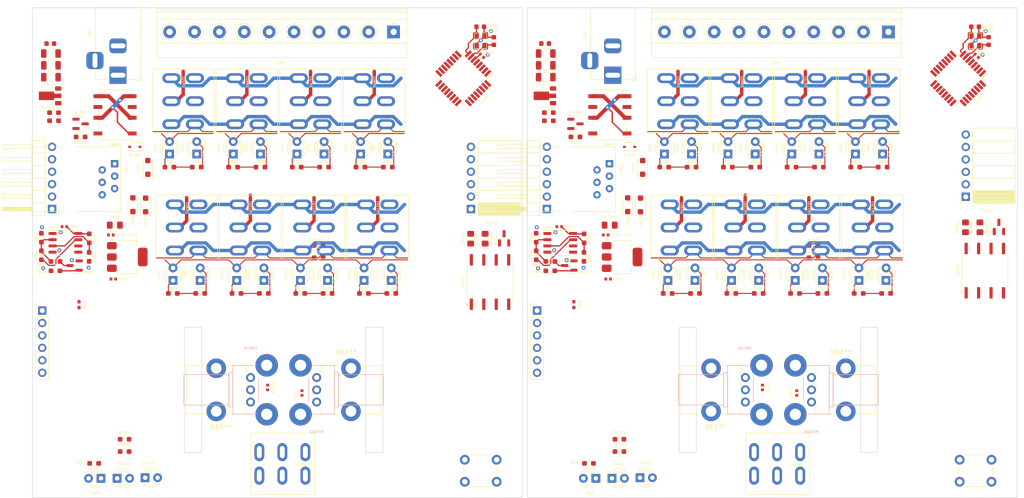
<source format=kicad_pcb>
(kicad_pcb (version 20240108) (generator "pcbnew") (generator_version "8.0")
  (layers (0 "F.Cu" signal) (31 "B.Cu" signal) (34 "B.Paste" user) (35 "F.Paste" user) (36 "B.SilkS" user "B.Silkscreen") (37 "F.SilkS" user "F.Silkscreen") (38 "B.Mask" user) (39 "F.Mask" user) (44 "Edge.Cuts" user))
  (net 0 "")
  (net 1 "GND")
  (net 2 "Net-(D201-A)")
  (net 3 "+5V")
  (net 5 "Net-(Q601-C)")
  (net 6 "Net-(Q601-B)")
  (net 7 "Net-(U601-+)")
  (net 8 "Net-(U601--)")
  (net 11 "/uProcessor/X1")
  (net 12 "/uProcessor/X2")
  (net 13 "+12V")
  (net 14 "/TRACK_OUT/cs")
  (net 15 "/uProcessor/LED")
  (net 16 "VCC")
  (net 17 "Net-(D501-K)")
  (net 18 "+3V3")
  (net 19 "Net-(D502-A)")
  (net 20 "Net-(D601-A)")
  (net 21 "Net-(D602-A)")
  (net 22 "Net-(D603-K)")
  (net 23 "Net-(D604-A)")
  (net 24 "Net-(D701-K)")
  (net 25 "Net-(D702-A)")
  (net 26 "Net-(D801-K)")
  (net 27 "Net-(D802-A)")
  (net 28 "Net-(D901-K)")
  (net 29 "Net-(D902-A)")
  (net 30 "Net-(D1001-K)")
  (net 31 "Net-(D1002-A)")
  (net 32 "Net-(D1101-K)")
  (net 33 "Net-(D1102-A)")
  (net 34 "Net-(D1201-K)")
  (net 35 "Net-(D1202-A)")
  (net 36 "Net-(D1301-A)")
  (net 37 "/uProcessor/Reset")
  (net 38 "/tracks/INP8")
  (net 39 "/controls/dispatch")
  (net 40 "/tracks/MTS203_6/TRACK")
  (net 41 "/tracks/MTS203_8/TRACK")
  (net 42 "/tracks/MTS203_4/TRACK")
  (net 43 "/tracks/MTS203_2/TRACK")
  (net 44 "/tracks/MTS203_5/TRACK")
  (net 45 "/tracks/MTS203_1/TRACK")
  (net 46 "/tracks/MTS203_3/TRACK")
  (net 47 "/tracks/MTS203_7/TRACK")
  (net 48 "/board2board/outgoing_TX+")
  (net 51 "/board2board/Incomming_TX-")
  (net 52 "/board2board/Incomming_TX+")
  (net 55 "/TRACK_OUT/K1")
  (net 56 "Net-(Q1301-D)")
  (net 57 "/TRACK_OUT/J1")
  (net 58 "Net-(Q1301-G)")
  (net 59 "Net-(Q1302-B)")
  (net 60 "Net-(Q1501-B)")
  (net 61 "/tracks/INP1")
  (net 62 "/Lnet/Lnet_Tx")
  (net 63 "/Lnet/Lnet_Rx")
  (net 64 "/tracks/INP2")
  (net 65 "/tracks/INP3")
  (net 66 "/tracks/INP4")
  (net 67 "/tracks/INP5")
  (net 68 "/tracks/INP6")
  (net 69 "/tracks/INP7")
  (net 70 "/TRACK_OUT/pwm")
  (net 71 "/TRACK_OUT/dir")
  (net 72 "/board2board/Tx")
  (net 73 "/board2board/Rx")
  (net 74 "Net-(U1501-EN)")
  (net 76 "/controls/throttle")
  (net 77 "/controls/brake")
  (net 78 "/controls/cab_dir")
  (net 79 "Net-(D1401-A)")
  (net 81 "/TRACK_OUT/K2")
  (net 83 "Net-(D1402-A)")
  (net 84 "/uProcessor/LED2")
  (footprint "LED_THT:LED_D3.0mm" (layer "F.Cu") (at 186.533484 65.864 90)
    (property "Reference" "D802")
    (property "Value" "LED")
  )
  (footprint "custom_kicad_lib_sk:MTS_DPDT" (layer "F.Cu") (at 158.364484 51.069 90)
    (property "Reference" "SW601")
    (property "Value" "SW_DPDT_x2")
  )
  (footprint "custom_kicad_lib_sk:MTS_DPDT" (layer "F.Cu") (at 246.364484 51.069 90)
    (property "Reference" "SW501")
    (property "Value" "SW_DPDT_x2")
  )
  (footprint "custom_kicad_lib_sk:R_0603_smalltext" (layer "F.Cu") (at 273.412984 84.508)
    (property "Reference" "R1501")
    (property "Value" "1k")
  )
  (footprint "Resistor_SMD:R_1206_3216Metric" (layer "F.Cu") (at 117.7675 50.165 180)
    (property "Reference" "R1303" (hide yes))
    (property "Value" "0R1")
  )
  (footprint "custom_kicad_lib_sk:MTS_DPDT" (layer "F.Cu") (at 145.364484 51.069 90)
    (property "Reference" "SW501")
    (property "Value" "SW_DPDT_x2")
  )
  (footprint "custom_kicad_lib_sk:R_0603_smalltext" (layer "F.Cu") (at 125.596 83.0635 -90)
    (property "Reference" "R603")
    (property "Value" "10k")
  )
  (footprint "custom_kicad_lib_sk:R_0603_smalltext" (layer "F.Cu") (at 174.240484 94.307)
    (property "Reference" "R1102")
    (property "Value" "10k")
  )
  (footprint "custom_kicad_lib_sk:SW_NO_SILK" (layer "F.Cu") (at 303.25 128.25)
    (property "Reference" "SW1602" (hide yes))
    (property "Value" "SW_Push")
  )
  (footprint "custom_kicad_lib_sk:MTS_DPDT" (layer "F.Cu") (at 260.071484 76.85 90)
    (property "Reference" "SW1001")
    (property "Value" "SW_DPDT_x2")
  )
  (footprint "custom_kicad_lib_sk:R_0603_smalltext" (layer "F.Cu") (at 115.817 82.9365 90)
    (property "Reference" "R602")
    (property "Value" "150k")
  )
  (footprint "custom_kicad_lib_sk:R_0603_smalltext" (layer "F.Cu") (at 216.817 86.516 -90)
    (property "Reference" "R606")
    (property "Value" "220k")
  )
  (footprint "Resistor_SMD:R_0603_1608Metric_Pad0.98x0.95mm_HandSolder" (layer "F.Cu") (at 132.8105 124.077)
    (property "Reference" "R1401")
    (property "Value" "6k2")
  )
  (footprint "Connector_PinSocket_2.54mm:PinSocket_1x06_P2.54mm_Horizontal" (layer "F.Cu") (at 203.5 77.08 180)
    (property "Reference" "J1502")
    (property "Value" "Conn_01x06_Socket")
  )
  (footprint "Resistor_SMD:R_1206_3216Metric" (layer "F.Cu") (at 218.7675 47.752 180)
    (property "Reference" "R1304" (hide yes))
    (property "Value" "0R1")
  )
  (footprint "Diode_SMD:D_SOD-323" (layer "F.Cu") (at 134.874 64.389 180)
    (property "Reference" "D1301")
    (property "Value" "1N4148WS")
  )
  (footprint "Package_TO_SOT_SMD:SOT-23" (layer "F.Cu") (at 311.266 80.742 90)
    (property "Reference" "Q1501")
    (property "Value" "NPN_TOR")
  )
  (footprint "custom_kicad_lib_sk:R_0603_smalltext" (layer "F.Cu") (at 167.945484 68.526)
    (property "Reference" "R701")
    (property "Value" "10k")
  )
  (footprint "Resistor_SMD:R_0402_1005Metric_Pad0.72x0.64mm_HandSolder" (layer "F.Cu") (at 123.5 96.5975 -90)
    (property "Reference" "R202")
    (property "Value" "10k")
  )
  (footprint "LED_THT:LED_D3.0mm" (layer "F.Cu") (at 167.983484 65.864 90)
    (property "Reference" "D701")
    (property "Value" "LED")
  )
  (footprint "Connector_PinSocket_2.54mm:PinSocket_1x06_P2.54mm_Horizontal" (layer "F.Cu") (at 304.5 74.58 180)
    (property "Reference" "J1502")
    (property "Value" "Conn_01x06_Socket")
  )
  (footprint "Capacitor_SMD:C_0603_1608Metric" (layer "F.Cu") (at 208.162 42.789 -90)
    (property "Reference" "C201")
    (property "Value" "12pF")
  )
  (footprint "LED_THT:LED_D3.0mm" (layer "F.Cu") (at 288.240484 91.645 90)
    (property "Reference" "D1202")
    (property "Value" "LED")
  )
  (footprint "Potentiometer_THT:Potentiometer_Bourns_PTV09A-1_Single_Vertical" (layer "F.Cu") (at 259.513 111.48 180)
    (property "Reference" "REF**")
    (property "Value" "Potentiometer_Bourns_PTV09A-1_Single_Vertical")
  )
  (footprint "LED_THT:LED_D3.0mm" (layer "F.Cu") (at 256.690484 91.645 90)
    (property "Reference" "D1001")
    (property "Value" "LED")
  )
  (footprint "Diode_SMD:D_SOD-123F" (layer "F.Cu") (at 238.094 76.246 90)
    (property "Reference" "D602")
    (property "Value" "SM4007")
  )
  (footprint "LED_THT:LED_D3.0mm" (layer "F.Cu") (at 181.690484 91.645 90)
    (property "Reference" "D1201")
    (property "Value" "LED")
  )
  (footprint "Capacitor_SMD:C_0402_1005Metric" (layer "F.Cu") (at 120.516 80.674 180)
    (property "Reference" "C601")
    (property "Value" "100nF")
  )
  (footprint "Resistor_SMD:R_0603_1608Metric_Pad0.98x0.95mm_HandSolder" (layer "F.Cu") (at 233.8105 124.077)
    (property "Reference" "R1401")
    (property "Value" "6k2")
  )
  (footprint "Resistor_SMD:R_1206_3216Metric" (layer "F.Cu") (at 117.7675 45.339 180)
    (property "Reference" "R1305" (hide yes))
    (property "Value" "0R1")
  )
  (footprint "custom_kicad_lib_sk:RJ12" (layer "F.Cu") (at 231.77 67.83 -90)
    (property "Reference" "J601")
    (property "Value" "RJ12")
  )
  (footprint "custom_kicad_lib_sk:R_0603_smalltext" (layer "F.Cu") (at 123.825 62.357 180)
    (property "Reference" "R1306")
    (property "Value" "1k5")
  )
  (footprint "custom_kicad_lib_sk:R_0603_smalltext" (layer "F.Cu") (at 186.533484 68.526)
    (property "Reference" "R802")
    (property "Value" "10k")
  )
  (footprint "LED_THT:LED_D3.0mm" (layer "F.Cu") (at 173.533484 65.864 90)
    (property "Reference" "D702")
    (property "Value" "LED")
  )
  (footprint "Capacitor_SMD:C_0402_1005Metric" (layer "F.Cu") (at 162 113.5 -90)
    (property "Reference" "C1601")
    (property "Value" "100nF")
  )
  (footprint "Capacitor_SMD:C_0402_1005Metric" (layer "F.Cu") (at 130 82.368)
    (property "Reference" "C205")
    (property "Value" "100nF")
  )
  (footprint "custom_kicad_lib_sk:R_0603_smalltext" (layer "F.Cu") (at 287.533484 68.526)
    (property "Reference" "R802")
    (property "Value" "10k")
  )
  (footprint "Package_SO:SOP-8_3.9x4.9mm_P1.27mm" (layer "F.Cu") (at 120.728 83.976)
    (property "Reference" "U601")
    (property "Value" "LM311")
  )
  (footprint "custom_kicad_lib_sk:MTS_DPDT" (layer "F.Cu") (at 285.364484 51.069 90)
    (property "Reference" "SW801")
    (property "Value" "SW_DPDT_x2")
  )
  (footprint "Connector_PinHeader_2.54mm:PinHeader_1x06_P2.54mm_Vertical" (layer "F.Cu") (at 217 97.8)
    (property "Reference" "J202" (hide yes))
    (property "Value" "ICSP" (hide yes))
  )
  (footprint "custom_kicad_lib_sk:R_0603_smalltext" (layer "F.Cu") (at 141.945484 68.526)
    (property "Reference" "R501")
    (property "Value" "10k")
  )
  (footprint "LED_THT:LED_D3.0mm" (layer "F.Cu") (at 168.690484 91.645 90)
    (property "Reference" "D1101")
    (property "Value" "LED")
  )
  (footprint "LED_THT:LED_D3.0mm" (layer "F.Cu") (at 155.690484 91.645 90)
    (property "Reference" "D1001")
    (property "Value" "LED")
  )
  (footprint "custom_kicad_lib_sk:R_0603_smalltext" (layer "F.Cu") (at 172.412984 84.508)
    (property "Reference" "R1501")
    (property "Value" "1k")
  )
  (footprint "custom_kicad_lib_sk:RJ12" (layer "F.Cu") (at 130.77 67.83 -90)
    (property "Reference" "J601")
    (property "Value" "RJ12")
  )
  (footprint "custom_kicad_lib_sk:R_0603_smalltext" (layer "F.Cu") (at 180.945484 68.526)
    (property "Reference" "R801")
    (property "Value" "10k")
  )
  (footprint "custom_kicad_lib_sk:R_0603_smalltext" (layer "F.Cu") (at 172.412984 87.018)
    (property "Reference" "R1502")
    (property "Value" "1k5")
  )
  (footprint "custom_kicad_lib_sk:R_0603_smalltext" (layer "F.Cu") (at 187.240484 94.307)
    (property "Reference" "R1202")
    (property "Value" "10k")
  )
  (footprint "LED_THT:LED_D3.0mm" (layer "F.Cu") (at 282.690484 91.645 90)
    (property "Reference" "D1201")
    (property "Value" "LED")
  )
  (footprint "LED_THT:LED_D3.0mm" (layer "F.Cu") (at 136.9965 131.921)
    (property "Reference" "D1401")
    (property "Value" "LED")
  )
  (footprint "LED_THT:LED_D3.0mm" (layer "F.Cu") (at 274.533484 65.864 90)
    (property "Reference" "D702")
    (property "Value" "LED")
  )
  (footprint "custom_kicad_lib_sk:R_0603_smalltext" (layer "F.Cu") (at 249.240484 94.307)
    (property "Reference" "R902")
    (property "Value" "10k")
  )
  (footprint "Connector_PinHeader_2.54mm:PinHeader_1x06_P2.54mm_Horizontal" (layer "F.Cu") (at 118 77.08 180)
    (property "Reference" "J1501" (hide yes))
    (property "Value" "Conn_01x06_Pin")
  )
  (footprint "Resistor_SMD:R_0805_2012Metric_Pad1.20x1.40mm_HandSolder" (layer "F.Cu") (at 304.441 80.812 90)
    (property "Reference" "R1503")
    (property "Value" "1k")
  )
  (footprint "custom_kicad_lib_sk:R_0603_smalltext" (layer "F.Cu") (at 281.945484 68.526)
    (property "Reference" "R801")
    (property "Value" "10k")
  )
  (footprint "Diode_SMD:D_SOD-123F" (layer "F.Cu") (at 235.493 76.197 90)
    (property "Reference" "D601")
    (property "Value" "SM4007")
  )
  (footprint "LED_THT:LED_D3.0mm" (layer "F.Cu") (at 142.690484 91.645 90)
    (property "Reference" "D901")
    (property "Value" "LED")
  )
  (footprint "custom_kicad_lib_sk:R_0603_smalltext" (layer "F.Cu") (at 248.533484 68.526)
    (property "Reference" "R502")
    (property "Value" "10k")
  )
  (footprint "Package_TO_SOT_SMD:SOT-23" (layer "F.Cu") (at 122.5845 88.614 180)
    (property "Reference" "Q601")
    (property "Value" "NPN_TOR")
  )
  (footprint "custom_kicad_lib_sk:R_0603_smalltext" (layer "F.Cu") (at 118.4025 57.404)
    (property "Reference" "R1302" (hide yes))
    (property "Value" "10k")
  )
  (footprint "Connector_PinHeader_2.54mm:PinHeader_1x06_P2.54mm_Horizontal" (layer "F.Cu") (at 219 77.08 180)
    (property "Reference" "J1501" (hide yes))
    (property "Value" "Conn_01x06_Pin")
  )
  (footprint "custom_kicad_lib_sk:MTS_DPDT" (layer "F.Cu") (at 172.071484 76.85 90)
    (property "Reference" "SW1101")
    (property "Value" "SW_DPDT_x2")
  )
  (footprint "LED_THT:LED_D3.0mm" (layer "F.Cu") (at 287.533484 65.864 90)
    (property "Reference" "D802")
    (property "Value" "LED")
  )
  (footprint "TerminalBlock_Phoenix:TerminalBlock_Phoenix_MKDS-1,5-10-5.08_1x10_P5.08mm_Horizontal" (layer "F.Cu") (at 187.714484 40.921 180)
    (property "Reference" "J401")
    (property "Value" "Screw_Terminal_01x10")
  )
  (footprint "custom_kicad_lib_sk:MTS_DPDT" (layer "F.Cu") (at 171.364484 51.069 90)
    (property "Reference" "SW701")
    (property "Value" "SW_DPDT_x2")
  )
  (footprint "Capacitor_SMD:C_0603_1608Metric" (layer "F.Cu") (at 309.162 42.789 -90)
    (property "Reference" "C201")
    (property "Value" "12pF")
  )
  (footprint "Package_TO_SOT_SMD:SOT-89-3" (layer "F.Cu") (at 218.302 53.975 180)
    (property "Reference" "Q1301" (hide yes))
    (property "Value" "TM10N06SI")
  )
  (footprint "custom_kicad_lib_sk:R_0603_smalltext" (layer "F.Cu") (at 224.825 62.357 180)
    (property "Reference" "R1306")
    (property "Value" "1k5")
  )
  (footprint "custom_kicad_lib_sk:R_0603_smalltext" (layer "F.Cu") (at 148.240484 94.307)
    (property "Reference" "R902")
    (property "Value" "10k")
  )
  (footprint "Resistor_SMD:R_0805_2012Metric_Pad1.20x1.40mm_HandSolder" (layer "F.Cu") (at 203.441 83.1325 90)
    (property "Reference" "R1503")
    (property "Value" "1k")
  )
  (footprint "custom_kicad_lib_sk:SW_NO_SILK" (layer "F.Cu") (at 202.25 128.25)
    (property "Reference" "SW1602" (hide yes))
    (property "Value" "SW_Push")
  )
  (footprint "Package_QFP:TQFP-32_7x7mm_P0.8mm" (layer "F.Cu") (at 302.93 50.419 -135)
    (property "Reference" "U202")
    (property "Value" "ATmega328-A")
  )
  (footprint "Package_TO_SOT_SMD:SOT-223-3_TabPin2" (layer "F.Cu") (at 133.35 86.868)
    (property "Reference" "U201")
    (property "Value" "AMS1117-5.0")
  )
  (footprint "Resistor_SMD:R_0603_1608Metric_Pad0.98x0.95mm_HandSolder" (layer "F.Cu") (at 227.5875 129 180)
    (property "Reference" "R201")
    (property "Value" "6k2")
  )
  (footprint "Package_SO:SOP-8_3.9x4.9mm_P1.27mm" (layer "F.Cu") (at 221.728 83.976)
    (property "Reference" "U601")
    (property "Value" "LM311")
  )
  (footprint "LED_THT:LED_D3.0mm" (layer "F.Cu") (at 131.2815 132.048)
    (property "Reference" "D1402")
    (property "Value" "LED")
  )
  (footprint "custom_kicad_lib_sk:R_0603_smalltext" (layer "F.Cu") (at 282.652484 94.307)
    (property "Reference" "R1201")
    (property "Value" "10k")
  )
  (footprint "Capacitor_SMD:C_0402_1005Metric" (layer "F.Cu") (at 221.516 80.674 180)
    (property "Reference" "C601")
    (property "Value" "100nF")
  )
  (footprint "LED_THT:LED_D3.0mm" (layer "F.Cu") (at 148.240484 91.645 90)
    (property "Reference" "D902")
    (property "Value" "LED")
  )
  (footprint "Resistor_SMD:R_0603_1608Metric_Pad0.98x0.95mm_HandSolder" (layer "F.Cu") (at 233.8105 126.587)
    (property "Reference" "R1402")
    (property "Value" "6k2")
  )
  (footprint "LED_THT:LED_D3.0mm" (layer "F.Cu") (at 261.533484 65.864 90)
    (property "Reference" "D604")
    (property "Value" "LED")
  )
  (footprint "Resistor_SMD:R_0402_1005Metric_Pad0.72x0.64mm_HandSolder" (layer "F.Cu") (at 224.5 96.5975 -90)
    (property "Reference" "R202")
    (property "Value" "10k")
  )
  (footprint "Capacitor_SMD:C_0402_1005Metric" (layer "F.Cu") (at 263 113.5 -90)
    (property "Reference" "C1601")
    (property "Value" "100nF")
  )
  (footprint "custom_kicad_lib_sk:crystal_arduino" (layer "F.Cu") (at 306.241 42.696 90)
    (property "Reference" "Y201")
    (property "Value" "Crystal_GND2")
  )
  (footprint "LED_THT:LED_D3.0mm" (layer "F.Cu") (at 161.240484 91.645 90)
    (property "Reference" "D1002")
    (property "Value" "LED")
  )
  (footprint "LED_THT:LED_D3.0mm" (layer "F.Cu") (at 255.983484 65.864 90)
    (property "Reference" "D603")
    (property "Value" "LED")
  )
  (footprint "Potentiometer_THT:Potentiometer_Bourns_PTV09A-1_Single_Vertical" (layer "F.Cu") (at 172.013 116.48)
    (property "Reference" "REF**")
    (property "Value" "Potentiometer_Bourns_PTV09A-1_Single_Vertical")
  )
  (footprint "custom_kicad_lib_sk:R_0603_smalltext" (layer "F.Cu") (at 268.945484 68.526)
    (property "Reference" "R701")
    (property "Value" "10k")
  )
  (footprint "custom_kicad_lib_sk:R_0603_smalltext" (layer "F.Cu") (at 219.4025 57.404)
    (property "Reference" "R1302" (hide yes))
    (property "Value" "10k")
  )
  (footprint "Relay_SMD:Relay_DPDT_Omron_G6K-2F-Y" (layer "F.Cu") (at 130.85 57.85 180)
    (property "Reference" "K1301")
    (property "Value" "G6K-2F-Y-TR DC12")
  )
  (footprint "custom_kicad_lib_sk:R_0603_smalltext" (layer "F.Cu") (at 168.652484 94.307)
    (property "Reference" "R1101")
    (property "Value" "10k")
  )
  (footprint "custom_kicad_lib_sk:MTS_DPDT" (layer "F.Cu") (at 169 129.7)
    (property "Reference" "SW1601")
    (property "Value" "SW_SPDT")
  )
  (footprint "custom_kicad_lib_sk:MTS_DPDT" (layer "F.Cu") (at 146.071484 76.85 90)
    (property "Reference" "SW901")
    (property "Value" "SW_DPDT_x2")
  )
  (footprint "Package_QFP:TQFP-32_7x7mm_P0.8mm" (layer "F.Cu") (at 201.93 50.419 -135)
    (property "Reference" "U202")
    (property "Value" "ATmega328-A")
  )
  (footprint "Capacitor_SMD:C_0402_1005Metric" (layer "F.Cu") (at 169.004 114.636 90)
    (property "Reference" "C1602")
    (property "Value" "100nF")
  )
  (footprint "LED_THT:LED_D3.0mm" (layer "F.Cu") (at 147.533484 65.864 90)
    (property "Reference" "D502")
    (property "Value" "LED")
  )
  (footprint "custom_kicad_lib_sk:R_0603_smalltext" (layer "F.Cu") (at 226.568 86.8435 90)
    (property "Reference" "R604")
    (property "Value" "22k")
  )
  (footprint "Package_SO:SOP-8_6.62x9.15mm_P2.54mm" (layer "F.Cu") (at 207.391 91.9825 90)
    (property "Reference" "U1501")
    (property "Value" "6N137")
  )
  (footprint "LED_THT:LED_D3.0mm" (layer "F.Cu") (at 243.690484 91.645 90)
    (property "Reference" "D901")
    (property "Value" "LED")
  )
  (footprint "Resistor_SMD:R_0805_2012Metric_Pad1.20x1.40mm_HandSolder" (layer "F.Cu") (at 206.391 83.1325 90)
    (property "Reference" "R1504")
    (property "Value" "10k")
  )
  (footprint "custom_kicad_lib_sk:R_0603_smalltext" (layer "F.Cu") (at 255.945484 68.526)
    (property "Reference" "R607")
    (property "Value" "10k")
  )
  (footprint "custom_kicad_lib_sk:MTS_DPDT" (layer "F.Cu") (at 184.364484 51.069 90)
    (property "Reference" "SW801")
    (property "Value" "SW_DPDT_x2")
  )
  (footprint "LED_THT:LED_D3.0mm" (layer "F.Cu") (at 141.983484 65.864 90)
    (property "Reference" "D501")
    (property "Value" "LED")
  )
  (footprint "Package_TO_SOT_SMD:SOT-23" (layer "F.Cu") (at 123.825 59.69)
    (property "Reference" "Q1302")
    (property "Value" "NPN_TOR")
  )
  (footprint "custom_kicad_lib_sk:R_0603_smalltext" (layer "F.Cu") (at 118.4025 59.055)
    (property "Reference" "R1301" (hide yes))
    (property "Value" "22R")
  )
  (footprint "Capacitor_SMD:C_0603_1608Metric" (layer "F.Cu") (at 117.6465 43.307 180)
    (property "Reference" "C1301" (hide yes))
    (property "Value" "100nF")
  )
  (footprint "Package_SO:SOP-8_6.62x9.15mm_P2.54mm" (layer "F.Cu") (at 308.391 89.662 90)
    (property "Reference" "U1501")
    (property "Value" "6N137")
  )
  (footprint "Package_TO_SOT_SMD:SOT-89-3" (layer "F.Cu") (at 117.302 53.975 180)
    (property "Reference" "Q1301" (hide yes))
    (property "Value" "TM10N06SI")
  )
  (footprint "Package_TO_SOT_SMD:SOT-23" (layer "F.Cu") (at 223.5845 88.614 180)
    (property "Reference" "Q601")
    (property "Value" "NPN_TOR")
  )
  (footprint "LED_THT:LED_D3.0mm" (layer "F.Cu") (at 232.2815 132.048)
    (property "Reference" "D1402")
    (property "Value" "LED")
  )
  (footprint "custom_kicad_lib_sk:R_0603_smalltext" (layer "F.Cu") (at 216.817 82.9365 90)
    (property "Reference" "R602")
    (property "Value" "150k")
  )
  (footprint "LED_THT:LED_D3.0mm" (layer "F.Cu") (at 281.983484 65.864 90)
    (property "Reference" "D801")
    (property "Value" "LED")
  )
  (footprint "LED_THT:LED_D3.0mm" (layer "F.Cu") (at 160.533484 65.864 90)
    (property "Reference" "D604")
    (property "Value" "LED")
  )
  (footprint "custom_kicad_lib_sk:MTS_DPDT" (layer "F.Cu") (at 185.071484 76.85 90)
    (property "Reference" "SW1201")
    (property "Value" "SW_DPDT_x2")
  )
  (footprint "custom_kicad_lib_sk:R_0603_smalltext" (layer "F.Cu") (at 219.696 89.691 180)
    (property "Reference" "R605")
    (property "Value" "1k")
  )
  (footprint "custom_kicad_lib_sk:R_0603_smalltext" (layer "F.Cu") (at 243.652484 94.307)
    (property "Reference" "R901")
    (property "Value" "10k")
  )
  (footprint "LED_THT:LED_D3.0mm" (layer "F.Cu") (at 237.9965 131.921)
    (property "Reference" "D1401")
    (property "Value" "LED")
  )
  (footprint "custom_kicad_lib_sk:R_0603_smalltext" (layer "F.Cu") (at 181.652484 94.307)
    (property "Reference" "R1201")
    (property "Value" "10k")
  )
  (footprint "LED_THT:LED_D3.0mm" (layer "F.Cu") (at 249.240484 91.645 90)
    (property "Reference" "D902")
    (property "Value" "LED")
  )
  (footprint "custom_kicad_lib_sk:R_0603_smalltext" (layer "F.Cu") (at 154.945484 68.526)
    (property "Reference" "R607")
    (property "Value" "10k")
  )
  (footprint "custom_kicad_lib_sk:R_0603_smalltext" (layer "F.Cu") (at 160.533484 68.526)
    (property "Reference" "R608")
    (property "Value" "10k")
  )
  (footprint "custom_kicad_lib_sk:R_0603_smalltext" (layer "F.Cu") (at 118.696 87.786 180)
    (property "Reference" "R601")
    (property "Value" "47k")
  )
  (footprint "custom_kicad_lib_sk:MTS_DPDT" (layer "F.Cu") (at 247.071484 76.85 90)
    (property "Reference" "SW901")
    (property "Value" "SW_DPDT_x2")
  )
  (footprint "custom_kicad_lib_sk:R_0603_smalltext" (layer "F.Cu") (at 262.240484 94.307)
    (property "Reference" "R1002")
    (property "Value" "10k")
  )
  (footprint "custom_kicad_lib_sk:R_0603_smalltext" (layer "F.Cu") (at 274.533484 68.526)
    (property "Reference" "R702")
    (property "Value" "10k")
  )
  (footprint "Capacitor_SMD:C_0603_1608Metric" (layer "F.Cu") (at 218.6465 43.307 180)
    (property "Reference" "C1301" (hide yes))
    (property "Value" "100nF")
  )
  (footprint "Resistor_SMD:R_1206_3216Metric" (layer "F.Cu") (at 218.7675 45.339 180)
    (property "Reference" "R1305" (hide yes))
    (property "Value" "0R1")
  )
  (footprint "custom_kicad_lib_sk:R_0603_smalltext" (layer "F.Cu") (at 288.240484 94.307)
    (property "Reference" "R1202")
    (property "Value" "10k")
  )
  (footprint "custom_kicad_lib_sk:R_0603_smalltext" (layer "F.Cu") (at 273.412984 87.018)
    (property "Reference" "R1502")
    (property "Value" "1k5")
  )
  (footprint "Capacitor_SMD:C_0805_2012Metric_Pad1.18x1.45mm_HandSolder" (layer "F.Cu") (at 231.8125 80.368)
    (property "Reference" "C206")
    (property "Value" "22uF")
  )
  (footprint "custom_kicad_lib_sk:R_0603_smalltext" (layer "F.Cu") (at 261.533484 68.526)
    (property "Reference" "R608")
    (property "Value" "10k")
  )
  (footprint "custom_kicad_lib_sk:R_0603_smalltext" (layer "F.Cu") (at 275.240484 94.307)
    (property "Reference" "R1102")
    (property "Value" "10k")
  )
  (footprint "LED_THT:LED_D3.0mm" (layer "F.Cu") (at 127.9895 132.048 180)
    (property "Reference" "D201")
    (property "Value" "LED")
  )
  (footprint "Connector_BarrelJack:BarrelJack_Horizontal" (layer "F.Cu") (at 232.453484 49.766 -90)
    (property "Reference" "J201")
    (property "Value" "Jack-DC")
  )
  (footprint "custom_kicad_lib_sk:R_0603_smalltext" (layer "F.Cu") (at 242.945484 68.526)
    (property "Reference" "R501")
    (property "Value" "10k")
  )
  (footprint "custom_kicad_lib_sk:R_0603_smalltext" (layer "F.Cu") (at 155.652484 94.307)
    (property "Reference" "R1001")
    (property "Value" "10k")
  )
  (footprint "Resistor_SMD:R_0603_1608Metric_Pad0.98x0.95mm_HandSolder" (layer "F.Cu") (at 132.8105 126.587)
    (property "Reference" "R1402")
    (property "Value" "6k2")
  )
  (footprint "LED_THT:LED_D3.0mm" (layer "F.Cu") (at 268.983484 65.864 90)
    (property "Reference" "D701")
    (property "Value" "LED")
  )
  (footprint "custom_kicad_lib_sk:R_0603_smalltext" (layer "F.Cu") (at 118.696 89.691 180)
    (property "Reference" "R605")
    (property "Value" "1k")
  )
  (footprint "custom_kicad_lib_sk:MTS_DPDT" (layer "F.Cu") (at 286.071484 76.85 90)
    (property "Reference" "SW1201")
    (property "Value" "SW_DPDT_x2")
  )
  (footprint "Capacitor_SMD:C_0402_1005Metric" (layer "F.Cu") (at 231.5 91.368)
    (property "Reference" "C204")
    (property "Value" "100nF")
  )
  (footprint "Capacitor_SMD:C_0603_1608Metric" (layer "F.Cu") (at 205.4 39.868 180)
    (property "Reference" "C203")
    (property "Value" "12pF")
  )
  (footprint "custom_kicad_lib_sk:R_0603_smalltext" (layer "F.Cu") (at 226.596 83.0635 -90)
    (property "Reference" "R603")
    (property "Value" "10k")
  )
  (footprint "Potentiometer_THT:Potentiometer_Bourns_PTV09A-1_Single_Vertical" (layer "F.Cu") (at 273.013 116.48)
    (property "Reference" "REF**")
    (property "Value" "Potentiometer_Bourns_PTV09A-1_Single_Vertical")
  )
  (footprint "Connector_BarrelJack:BarrelJack_Horizontal" (layer "F.Cu") (at 131.453484 49.766 -90)
    (property "Reference" "J201")
    (property "Value" "Jack-DC")
  )
  (footprint "custom_kicad_lib_sk:MTS_DPDT" (layer "F.Cu") (at 273.071484 76.85 90)
    (property "Reference" "SW1101")
    (property "Value" "SW_DPDT_x2")
  )
  (footprint "custom_kicad_lib_sk:R_0603_smalltext" (layer "F.Cu") (at 219.696 87.786 180)
    (property "Reference" "R601")
    (property "Value" "47k")
  )
  (footprint "LED_THT:LED_D3.0mm" (layer "F.Cu") (at 262.240484 91.645 90)
    (property "Reference" "D1002")
    (property "Value" "LED")
  )
  (footprint "LED_THT:LED_D3.0mm" (layer "F.Cu") (at 174.240484 91.645 90)
    (property "Reference" "D1102")
    (property "Value" "LED")
  )
  (footprint "Connector_PinHeader_2.54mm:PinHeader_1x06_P2.54mm_Vertical" (layer "F.Cu") (at 116 97.8)
    (property "Reference" "J202" (hide yes))
    (property "Value" "ICSP" (hide yes))
  )
  (footprint "LED_THT:LED_D3.0mm" (layer "F.Cu") (at 248.533484 65.864 90)
    (property "Reference" "D502")
    (property "Value" "LED")
  )
  (footprint "custom_kicad_lib_sk:MTS_DPDT" (layer "F.Cu") (at 272.364484 51.069 90)
    (property "Reference" "SW701")
    (property "Value" "SW_DPDT_x2")
  )
  (footprint "Capacitor_SMD:C_0402_1005Metric" (layer "F.Cu") (at 130.5 91.368)
    (property "Reference" "C204")
    (property "Value" "100nF")
  )
  (footprint "Potentiometer_THT:Potentiometer_Bourns_PTV09A-1_Single_Vertical" (layer "F.Cu") (at 158.513 111.48 180)
    (property "Reference" "REF**")
    (property "Value" "Potentiometer_Bourns_PTV09A-1_Single_Vertical")
  )
  (footprint "LED_THT:LED_D3.0mm" (layer "F.Cu") (at 187.240484 91.645 90)
    (property "Reference" "D1202")
    (property "Value" "LED")
  )
  (footprint "Capacitor_SMD:C_0402_1005Metric" (layer "F.Cu") (at 205.739411 45.795411 -45)
    (property "Reference" "C202")
    (property "Value" "100nF")
  )
  (footprint "LED_THT:LED_D3.0mm" (layer "F.Cu") (at 242.983484 65.864 90)
    (property "Reference" "D501")
    (property "Value" "LED")
  )
  (footprint "custom_kicad_lib_sk:R_0603_smalltext" (layer "F.Cu") (at 125.568 86.8435 90)
    (property "Reference" "R604")
    (property "Value" "22k")
  )
  (footprint "TerminalBlock_Phoenix:TerminalBlock_Phoenix_MKDS-1,5-10-5.08_1x10_P5.08mm_Horizontal" (layer "F.Cu") (at 288.714484 40.921 180)
    (property "Reference" "J401")
    (property "Value" "Screw_Terminal_01x10")
  )
  (footprint "custom_kicad_lib_sk:R_0603_smalltext" (layer "F.Cu") (at 219.4025 59.055)
    (property "Reference" "R1301" (hide yes))
    (property "Value" "22R")
  )
  (footprint "LED_THT:LED_D3.0mm" (layer "F.Cu") (at 180.983484 65.864 90)
    (property "Reference" "D801")
    (property "Value" "LED")
  )
  (footprint "custom_kicad_lib_sk:R_0603_smalltext" (layer "F.Cu") (at 269.652484 94.307)
    (property "Reference" "R1101")
    (property "Value" "10k")
  )
  (footprint "Resistor_SMD:R_0805_2012Metric_Pad1.20x1.40mm_HandSolder" (layer "F.Cu") (at 307.391 80.812 90)
    (property "Reference" "R1504")
    (property "Value" "10k")
  )
  (footprint "Diode_SMD:D_SOD-123F" (layer "F.Cu") (at 238.541 68.58 90)
    (property "Reference" "D202")
    (property "Value" "SM4007")
  )
  (footprint "custom_kicad_lib_sk:R_0603_smalltext" (layer "F.Cu") (at 115.817 86.516 -90)
    (property "Reference" "R606")
    (property "Value" "220k")
  )
  (footprint "Diode_SMD:D_SOD-323" (layer "F.Cu") (at 235.874 64.389 180)
    (property "Reference" "D1301")
    (property "Value" "1N4148WS")
  )
  (footprint "Capacitor_SMD:C_0402_1005Metric" (layer "F.Cu") (at 306.739411 45.795411 -45)
    (property "Reference" "C202")
    (property "Value" "100nF")
  )
  (footprint "custom_kicad_lib_sk:crystal_arduino" (layer "F.Cu") (at 205.241 42.696 90)
    (property "Reference" "Y201")
    (property "Value" "Crystal_GND2")
  )
  (footprint "custom_kicad_lib_sk:R_0603_smalltext" (layer "F.Cu") (at 147.533484 68.526)
    (property "Reference" "R502")
    (property "Value" "10k")
  )
  (footprint "Resistor_SMD:R_0603_1608Metric_Pad0.98x0.95mm_HandSolder" (layer "F.Cu") (at 126.5875 129 180)
    (property "Reference" "R201")
    (property "Value" "6k2")
  )
  (footprint "Package_TO_SOT_SMD:SOT-23" (layer "F.Cu") (at 224.825 59.69)
    (property "Reference" "Q1302")
    (property "Value" "NPN_TOR")
  )
  (footprint "LED_THT:LED_D3.0mm" (layer "F.Cu") (at 269.690484 91.645 90)
    (property "Reference" "D1101")
    (property "Value" "LED")
  )
  (footprint "Resistor_SMD:R_1206_3216Metric" (layer "F.Cu") (at 218.7675 50.165 180)
    (property "Reference" "R1303" (hide yes))
    (property "Value" "0R1")
  )
  (footprint "custom_kicad_lib_sk:R_0603_smalltext" (layer "F.Cu") (at 256.652484 94.307)
    (property "Reference" "R1001")
    (property "Value" "10k")
  )
  (footprint "custom_kicad_lib_sk:R_0603_smalltext" (layer "F.Cu") (at 142.652484 94.307)
    (property "Reference" "R901")
    (property "Value" "10k")
  )
  (footprint "custom_kicad_lib_sk:R_0603_smalltext" (layer "F.Cu") (at 173.533484 68.526)
    (property "Reference" "R702")
    (property "Value" "10k")
  )
  (footprint "custom_kicad_lib_sk:MTS_DPDT" (layer "F.Cu") (at 259.364484 51.069 90)
    (property "Reference" "SW601")
    (property "Value" "SW_DPDT_x2")
  )
  (footprint "Relay_SMD:Relay_DPDT_Omron_G6K-2F-Y" (layer "F.Cu") (at 231.85 57.85 180)
    (property "Reference" "K1301")
    (property "Value" "G6K-2F-Y-TR DC12")
  )
  (footprint "Capacitor_SMD:C_0805_2012Metric_Pad1.18x1.45mm_HandSolder" (layer "F.Cu") (at 130.8125 80.368)
    (property "Reference" "C206")
    (property "Value" "22uF")
  )
  (footprint "LED_THT:LED_D3.0mm" (layer "F.Cu") (at 154.983484 65.864 90)
    (property "Reference" "D603")
    (property "Value" "LED")
  )
  (footprint "LED_THT:LED_D3.0mm" (layer "F.Cu") (at 228.9895 132.048 180)
    (property "Reference" "D201")
    (property "Value" "LED")
  )
  (footprint "Package_TO_SOT_SMD:SOT-23" (layer "F.Cu") (at 210.266 83.0625 90)
    (property "Reference" "Q1501")
    (property "Value" "NPN_TOR")
  )
  (footprint "Capacitor_SMD:C_0402_1005Metric" (layer "F.Cu") (at 270.004 114.636 90)
    (property "Reference" "C1602")
    (property "Value" "100nF")
  )
  (footprint "custom_kicad_lib_sk:MTS_DPDT" (layer "F.Cu") (at 270 129.7)
    (property "Reference" "SW1601")
    (property "Value" "SW_SPDT")
  )
  (footprint "Capacitor_SMD:C_0603_1608Metric" (layer "F.Cu") (at 306.4 39.868 180)
    (property "Reference" "C203")
    (property "Value" "12pF")
  )
  (footprint "LED_THT:LED_D3.0mm" (layer "F.Cu") (at 275.240484 91.645 90)
    (property "Reference" "D1102")
    (property "Value" "LED")
  )
  (footprint "Package_TO_SOT_SMD:SOT-223-3_TabPin2" (layer "F.Cu") (at 234.35 86.868)
    (property "Reference" "U201")
    (property "Value" "AMS1117-5.0")
  )
  (footprint "Resistor_SMD:R_1206_3216Metric" (layer "F.Cu") (at 117.7675 47.752 180)
    (property "Reference" "R1304" (hide yes))
    (property "Value" "0R1")
  )
  (footprint "custom_kicad_lib_sk:MTS_DPDT" (layer "F.Cu") (at 159.071484 76.85 90)
    (property "Reference" "SW1001")
    (property "Value" "SW_DPDT_x2")
  )
  (footprint "Diode_SMD:D_SOD-123F" (layer "F.Cu") (at 137.541 68.58 90)
    (property "Reference" "D202")
    (property "Value" "SM4007")
  )
  (footprint "Diode_SMD:D_SOD-123F" (layer "F.Cu") (at 134.493 76.197 90)
    (property "Reference" "D601")
    (property "Value" "SM4007")
  )
  (footprint "Capacitor_SMD:C_0402_1005Metric" (layer "F.Cu") (at 231 82.368)
    (property "Reference" "C205")
    (property "Value" "100nF")
  )
  (footprint "Diode_SMD:D_SOD-123F" (layer "F.Cu") (at 137.094 76.246 90)
    (property "Reference" "D602")
    (property "Value" "SM4007")
  )
  (footprint "custom_kicad_lib_sk:R_0603_smalltext" (layer "F.Cu") (at 161.240484 94.307)
    (property "Reference" "R1002")
    (property "Value" "10k")
  )
  (footprint "Potentiometer_THT:Potentiometer_Bourns_PTV09A-2_Single_Horizontal" (layer "B.Cu") (at 273.013 111.48)
    (property "Reference" "RV1602")
    (property "Value" "R_Potentiometer")
  )
  (footprint "Potentiometer_THT:Potentiometer_Bourns_PTV09A-2_Single_Horizontal" (layer "B.Cu") (at 158.513 116.48 180)
    (property "Reference" "RV1601")
    (property "Value" "R_Potentiometer")
  )
  (footprint "Potentiometer_THT:Potentiometer_Bourns_PTV09A-2_Single_Horizontal" (layer "B.Cu") (at 172.013 111.48)
    (property "Reference" "RV1602")
    (property "Value" "R_Potentiometer")
  )
  (footprint "Potentiometer_THT:Potentiometer_Bourns_PTV09A-2_Single_Horizontal" (layer "B.Cu") (at 259.513 116.48 180)
    (property "Reference" "RV1601")
    (property "Value" "R_Potentiometer")
  )
  (gr_rect (start 145.013 101.23) (end 148.513 126.73) (stroke (width 0.1)) (fill none) (layer "Edge.Cuts"))
  (gr_rect (start 246.013 101.23) (end 249.513 126.73) (stroke (width 0.1)) (fill none) (layer "Edge.Cuts"))
  (gr_rect (start 114 36) (end 214 136) (stroke (width 0.1)) (fill none) (layer "Edge.Cuts"))
  (gr_rect (start 283.013 101.23) (end 286.513 126.73) (stroke (width 0.1)) (fill none) (layer "Edge.Cuts"))
  (gr_rect (start 182.013 101.23) (end 185.513 126.73) (stroke (width 0.1)) (fill none) (layer "Edge.Cuts"))
  (gr_rect (start 215 36) (end 315 136) (stroke (width 0.1)) (fill none) (layer "Edge.Cuts"))
  (segment (start 204.511 43.846) (end 204.511 43.546) (width 0.25) (layer "F.Cu") (net 1))
  (segment (start 305.511 43.846) (end 305.511 43.546) (width 0.25) (layer "F.Cu") (net 1))
  (segment (start 206.779 42.014) (end 206.411 41.646) (width 0.25) (layer "F.Cu") (net 1))
  (segment (start 205.395 42.662) (end 205.527 42.662) (width 0.25) (layer "F.Cu") (net 1))
  (segment (start 205.527 42.53) (end 206.411 41.646) (width 0.25) (layer "F.Cu") (net 1))
  (segment (start 306.527 42.53) (end 307.411 41.646) (width 0.25) (layer "F.Cu") (net 1))
  (segment (start 309.162 42.014) (end 307.779 42.014) (width 0.25) (layer "F.Cu") (net 1))
  (segment (start 208.162 42.014) (end 206.779 42.014) (width 0.25) (layer "F.Cu") (net 1))
  (segment (start 206.175 39.868) (end 206.175 41.41) (width 0.25) (layer "F.Cu") (net 1))
  (segment (start 307.175 39.868) (end 307.175 41.41) (width 0.25) (layer "F.Cu") (net 1))
  (segment (start 306.527 42.662) (end 306.527 42.53) (width 0.25) (layer "F.Cu") (net 1))
  (segment (start 305.511 43.546) (end 306.395 42.662) (width 0.25) (layer "F.Cu") (net 1))
  (segment (start 307.175 41.41) (end 307.411 41.646) (width 0.25) (layer "F.Cu") (net 1))
  (segment (start 204.511 43.546) (end 205.395 42.662) (width 0.25) (layer "F.Cu") (net 1))
  (segment (start 306.395 42.662) (end 306.527 42.662) (width 0.25) (layer "F.Cu") (net 1))
  (segment (start 206.175 41.41) (end 206.411 41.646) (width 0.25) (layer "F.Cu") (net 1))
  (segment (start 205.527 42.662) (end 205.527 42.53) (width 0.25) (layer "F.Cu") (net 1))
  (segment (start 307.779 42.014) (end 307.411 41.646) (width 0.25) (layer "F.Cu") (net 1))
  (via (at 226.469 89.056) (size 0.8) (drill 0.4) (layers "F.Cu" "B.Cu") (net 1))
  (via (at 119.754 81.817) (size 0.8) (drill 0.4) (layers "F.Cu" "B.Cu") (net 1))
  (via (at 205.527 42.662) (size 0.8) (drill 0.4) (layers "F.Cu" "B.Cu") (net 1))
  (via (at 306.527 42.662) (size 0.8) (drill 0.4) (layers "F.Cu" "B.Cu") (net 1))
  (via (at 125.469 89.056) (size 0.8) (drill 0.4) (layers "F.Cu" "B.Cu") (net 1))
  (via (at 220.754 81.817) (size 0.8) (drill 0.4) (layers "F.Cu" "B.Cu") (net 1))
  (via (at 308.559 40.757) (size 0.8) (drill 0.4) (layers "F.Cu" "B.Cu") (net 1))
  (via (at 207.559 40.757) (size 0.8) (drill 0.4) (layers "F.Cu" "B.Cu") (net 1))
  (via (at 116.198 89.183) (size 0.8) (drill 0.4) (layers "F.Cu" "B.Cu") (net 1))
  (via (at 206.924 45.583) (size 0.8) (drill 0.4) (layers "F.Cu" "B.Cu") (net 1))
  (via (at 307.924 45.583) (size 0.8) (drill 0.4) (layers "F.Cu" "B.Cu") (net 1))
  (via (at 122.04 87.532) (size 0.8) (drill 0.4) (layers "F.Cu" "B.Cu") (net 1))
  (via (at 119.5 85.5) (size 0.8) (drill 0.4) (layers "F.Cu" "B.Cu") (net 1))
  (via (at 223.04 87.532) (size 0.8) (drill 0.4) (layers "F.Cu" "B.Cu") (net 1))
  (via (at 217.198 89.183) (size 0.8) (drill 0.4) (layers "F.Cu" "B.Cu") (net 1))
  (via (at 220.5 85.5) (size 0.8) (drill 0.4) (layers "F.Cu" "B.Cu") (net 1))
  (via (at 216.944 80.801) (size 0.8) (drill 0.4) (layers "F.Cu" "B.Cu") (net 1))
  (via (at 115.944 80.801) (size 0.8) (drill 0.4) (layers "F.Cu" "B.Cu") (net 1))
  (segment (start 224.433 82.151) (end 224.353 82.071) (width 0.25) (layer "F.Cu") (net 3))
  (segment (start 123.353 82.071) (end 122.393 82.071) (width 0.25) (layer "F.Cu") (net 3))
  (segment (start 186.164484 59.769) (end 184.660484 61.273) (width 0.2) (layer "F.Cu") (net 3))
  (segment (start 248.871484 85.55) (end 250.375484 87.054) (width 0.2) (layer "F.Cu") (net 3))
  (segment (start 185.367484 87.054) (end 175.375484 87.054) (width 0.2) (layer "F.Cu") (net 3))
  (segment (start 171.660484 61.273) (end 164.554484 61.273) (width 0.2) (layer "F.Cu") (net 3))
  (segment (start 186.871484 85.55) (end 188.375484 87.054) (width 0.2) (layer "F.Cu") (net 3))
  (segment (start 247.367484 87.054) (end 240.261484 87.054) (width 0.2) (layer "F.Cu") (net 3))
  (segment (start 277.365484 61.273) (end 277.873484 61.273) (width 0.2) (layer "F.Cu") (net 3))
  (segment (start 274.164484 59.769) (end 272.660484 61.273) (width 0.2) (layer "F.Cu") (net 3))
  (segment (start 259.660484 61.273) (end 252.554484 61.273) (width 0.2) (layer "F.Cu") (net 3))
  (segment (start 287.871484 85.55) (end 289.375484 87.054) (width 0.2) (layer "F.Cu") (net 3))
  (segment (start 176.365484 61.273) (end 176.873484 61.273) (width 0.2) (layer "F.Cu") (net 3))
  (segment (start 122.393 82.071) (end 120.996 80.674) (width 0.25) (layer "F.Cu") (net 3))
  (segment (start 249.668484 61.273) (end 251.365484 61.273) (width 0.2) (layer "F.Cu") (net 3))
  (segment (start 161.668484 61.273) (end 163.365484 61.273) (width 0.2) (layer "F.Cu") (net 3))
  (segment (start 224.353 82.071) (end 223.393 82.071) (width 0.25) (layer "F.Cu") (net 3))
  (segment (start 305.290732 46.565268) (end 306.4 45.456) (width 0.25) (layer "F.Cu") (net 3))
  (segment (start 160.164484 59.769) (end 158.660484 61.273) (width 0.2) (layer "F.Cu") (net 3))
  (segment (start 286.367484 87.054) (end 276.375484 87.054) (width 0.2) (layer "F.Cu") (net 3))
  (segment (start 248.871484 85.55) (end 247.367484 87.054) (width 0.2) (layer "F.Cu") (net 3))
  (segment (start 145.660484 61.273) (end 138.554484 61.273) (width 0.2) (layer "F.Cu") (net 3))
  (segment (start 305.086676 46.565268) (end 305.290732 46.565268) (width 0.25) (layer "F.Cu") (net 3))
  (segment (start 147.871484 85.55) (end 149.375484 87.054) (width 0.2) (layer "F.Cu") (net 3))
  (segment (start 175.375484 87.054) (end 173.871484 85.55) (width 0.2) (layer "F.Cu") (net 3))
  (segment (start 261.164484 59.769) (end 259.660484 61.273) (width 0.2) (layer "F.Cu") (net 3))
  (segment (start 276.375484 87.054) (end 274.871484 85.55) (width 0.2) (layer "F.Cu") (net 3))
  (segment (start 261.871484 85.55) (end 263.375484 87.054) (width 0.2) (layer "F.Cu") (net 3))
  (segment (start 290.365484 61.273) (end 290.873484 61.273) (width 0.2) (layer "F.Cu") (net 3))
  (segment (start 162.375484 87.054) (end 172.367484 87.054) (width 0.2) (layer "F.Cu") (net 3))
  (segment (start 287.164484 59.769) (end 288.668484 61.273) (width 0.2) (layer "F.Cu") (net 3))
  (segment (start 260.367484 87.054) (end 261.871484 85.55) (width 0.2) (layer "F.Cu") (net 3))
  (segment (start 123.433 82.151) (end 123.353 82.071) (width 0.25) (layer "F.Cu") (net 3))
  (segment (start 275.668484 61.273) (end 277.365484 61.273) (width 0.2) (layer "F.Cu") (net 3))
  (segment (start 272.660484 61.273) (end 265.554484 61.273) (width 0.2) (layer "F.Cu") (net 3))
  (segment (start 174.668484 61.273) (end 176.365484 61.273) (width 0.2) (layer "F.Cu") (net 3))
  (segment (start 223.393 82.071) (end 221.996 80.674) (width 0.25) (layer "F.Cu") (net 3))
  (segment (start 287.164484 59.769) (end 285.660484 61.273) (width 0.2) (layer "F.Cu") (net 3))
  (segment (start 125.596 82.151) (end 123.433 82.151) (width 0.25) (layer "F.Cu") (net 3))
  (segment (start 246.660484 61.273) (end 239.554484 61.273) (width 0.2) (layer "F.Cu") (net 3))
  (segment (start 150.365484 61.273) (end 150.873484 61.273) (width 0.2) (layer "F.Cu") (net 3))
  (segment (start 248.164484 59.769) (end 249.668484 61.273) (width 0.2) (layer "F.Cu") (net 3))
  (segment (start 190.072484 87.054) (end 190.580484 87.054) (width 0.2) (layer "F.Cu") (net 3))
  (segment (start 187.668484 61.273) (end 189.365484 61.273) (width 0.2) (layer "F.Cu") (net 3))
  (segment (start 204.290732 46.565268) (end 205.4 45.456) (width 0.25) (layer "F.Cu") (net 3))
  (segment (start 188.375484 87.054) (end 190.072484 87.054) (width 0.2) (layer "F.Cu") (net 3))
  (segment (start 160.164484 59.769) (end 161.668484 61.273) (width 0.2) (layer "F.Cu") (net 3))
  (segment (start 285.660484 61.273) (end 278.554484 61.273) (width 0.2) (layer "F.Cu") (net 3))
  (segment (start 184.660484 61.273) (end 177.554484 61.273) (width 0.2) (layer "F.Cu") (net 3))
  (segment (start 261.164484 59.769) (end 262.668484 61.273) (width 0.2) (layer "F.Cu") (net 3))
  (segment (start 186.871484 85.55) (end 185.367484 87.054) (width 0.2) (layer "F.Cu") (net 3))
  (segment (start 248.164484 59.769) (end 246.660484 61.273) (width 0.2) (layer "F.Cu") (net 3))
  (segment (start 273.367484 87.054) (end 274.871484 85.55) (width 0.2) (layer "F.Cu") (net 3))
  (segment (start 287.871484 85.55) (end 286.367484 87.054) (width 0.2) (layer "F.Cu") (net 3))
  (segment (start 274.164484 59.769) (end 275.668484 61.273) (width 0.2) (layer "F.Cu") (net 3))
  (segment (start 262.668484 61.273) (end 264.365484 61.273) (width 0.2) (layer "F.Cu") (net 3))
  (segment (start 189.365484 61.273) (end 189.873484 61.273) (width 0.2) (layer "F.Cu") (net 3))
  (segment (start 148.668484 61.273) (end 150.365484 61.273) (width 0.2) (layer "F.Cu") (net 3))
  (segment (start 173.164484 59.769) (end 174.668484 61.273) (width 0.2) (layer "F.Cu") (net 3))
  (segment (start 159.367484 87.054) (end 160.871484 85.55) (width 0.2) (layer "F.Cu") (net 3))
  (segment (start 160.871484 85.55) (end 162.375484 87.054) (width 0.2) (layer "F.Cu") (net 3))
  (segment (start 263.375484 87.054) (end 273.367484 87.054) (width 0.2) (layer "F.Cu") (net 3))
  (segment (start 291.072484 87.054) (end 291.580484 87.054) (width 0.2) (layer "F.Cu") (net 3))
  (segment (start 186.164484 59.769) (end 187.668484 61.273) (width 0.2) (layer "F.Cu") (net 3))
  (segment (start 250.375484 87.054) (end 260.367484 87.054) (width 0.2) (layer "F.Cu") (net 3))
  (segment (start 264.365484 61.273) (end 264.873484 61.273) (width 0.2) (layer "F.Cu") (net 3))
  (segment (start 173.164484 59.769) (end 171.660484 61.273) (width 0.2) (layer "F.Cu") (net 3))
  (segment (start 147.164484 59.769) (end 148.668484 61.273) (width 0.2) (layer "F.Cu") (net 3))
  (segment (start 226.596 82.151) (end 224.433 82.151) (width 0.25) (layer "F.Cu") (net 3))
  (segment (start 251.365484 61.273) (end 251.873484 61.273) (width 0.2) (layer "F.Cu") (net 3))
  (segment (start 289.375484 87.054) (end 291.072484 87.054) (width 0.2) (layer "F.Cu") (net 3))
  (segment (start 204.086676 46.565268) (end 204.290732 46.565268) (width 0.25) (layer "F.Cu") (net 3))
  (segment (start 172.367484 87.054) (end 173.871484 85.55) (width 0.2) (layer "F.Cu") (net 3))
  (segment (start 158.660484 61.273) (end 151.554484 61.273) (width 0.2) (layer "F.Cu") (net 3))
  (segment (start 163.365484 61.273) (end 163.873484 61.273) (width 0.2) (layer "F.Cu") (net 3))
  (segment (start 147.164484 59.769) (end 145.660484 61.273) (width 0.2) (layer "F.Cu") (net 3))
  (segment (start 149.375484 87.054) (end 159.367484 87.054) (width 0.2) (layer "F.Cu") (net 3))
  (segment (start 288.668484 61.273) (end 290.365484 61.273) (width 0.2) (layer "F.Cu") (net 3))
  (segment (start 147.871484 85.55) (end 146.367484 87.054) (width 0.2) (layer "F.Cu") (net 3))
  (segment (start 146.367484 87.054) (end 139.261484 87.054) (width 0.2) (layer "F.Cu") (net 3))
  (segment (start 121.647 88.614) (end 120.4365 88.614) (width 0.25) (layer "F.Cu") (net 5))
  (segment (start 221.4365 88.614) (end 220.6085 87.786) (width 0.25) (layer "F.Cu") (net 5))
  (segment (start 222.647 88.614) (end 221.4365 88.614) (width 0.25) (layer "F.Cu") (net 5))
  (segment (start 120.4365 88.614) (end 119.6085 87.786) (width 0.25) (layer "F.Cu") (net 5))
  (segment (start 224.395 89.691) (end 224.522 89.564) (width 0.25) (layer "F.Cu") (net 6))
  (segment (start 119.6085 89.691) (end 123.395 89.691) (width 0.25) (layer "F.Cu") (net 6))
  (segment (start 123.395 89.691) (end 123.522 89.564) (width 0.25) (layer "F.Cu") (net 6))
  (segment (start 220.6085 89.691) (end 224.395 89.691) (width 0.25) (layer "F.Cu") (net 6))
  (segment (start 216.817 85.6035) (end 216.817 85.8195) (width 0.25) (layer "F.Cu") (net 7))
  (segment (start 115.817 85.6035) (end 115.817 83.849) (width 0.25) (layer "F.Cu") (net 7))
  (segment (start 116.325 83.341) (end 115.817 83.849) (width 0.25) (layer "F.Cu") (net 7))
  (segment (start 216.817 85.6035) (end 216.817 83.849) (width 0.25) (layer "F.Cu") (net 7))
  (segment (start 217.325 83.341) (end 216.817 83.849) (width 0.25) (layer "F.Cu") (net 7))
  (segment (start 115.817 85.6035) (end 115.817 85.8195) (width 0.25) (layer "F.Cu") (net 7))
  (segment (start 219.103 83.341) (end 217.325 83.341) (width 0.25) (layer "F.Cu") (net 7))
  (segment (start 118.103 83.341) (end 116.325 83.341) (width 0.25) (layer "F.Cu") (net 7))
  (segment (start 115.817 85.8195) (end 117.7835 87.786) (width 0.25) (layer "F.Cu") (net 7))
  (segment (start 216.817 85.8195) (end 218.7835 87.786) (width 0.25) (layer "F.Cu") (net 7))
  (segment (start 125.596 83.976) (end 125.596 85.903) (width 0.25) (layer "F.Cu") (net 8))
  (segment (start 226.596 83.976) (end 226.596 85.903) (width 0.25) (layer "F.Cu") (net 8))
  (segment (start 223.491249 82.706) (end 225.326 82.706) (width 0.25) (layer "F.Cu") (net 8))
  (segment (start 124.326 82.706) (end 125.596 83.976) (width 0.25) (layer "F.Cu") (net 8))
  (segment (start 221.586249 84.611) (end 223.491249 82.706) (width 0.25) (layer "F.Cu") (net 8))
  (segment (start 122.491249 82.706) (end 124.326 82.706) (width 0.25) (layer "F.Cu") (net 8))
  (segment (start 120.586249 84.611) (end 122.491249 82.706) (width 0.25) (layer "F.Cu") (net 8))
  (segment (start 226.596 85.903) (end 226.568 85.931) (width 0.25) (layer "F.Cu") (net 8))
  (segment (start 118.103 84.611) (end 120.586249 84.611) (width 0.25) (layer "F.Cu") (net 8))
  (segment (start 225.326 82.706) (end 226.596 83.976) (width 0.25) (layer "F.Cu") (net 8))
  (segment (start 125.596 85.903) (end 125.568 85.931) (width 0.25) (layer "F.Cu") (net 8))
  (segment (start 219.103 84.611) (end 221.586249 84.611) (width 0.25) (layer "F.Cu") (net 8))
  (segment (start 206.1544 43.846) (end 206.411 43.846) (width 0.25) (layer "F.Cu") (net 11))
  (segment (start 203.52099 45.999583) (end 204.23597 45.284603) (width 0.25) (layer "F.Cu") (net 11))
  (segment (start 309.162 43.564) (end 307.693 43.564) (width 0.25) (layer "F.Cu") (net 11))
  (segment (start 304.52099 45.999583) (end 305.23597 45.284603) (width 0.25) (layer "F.Cu") (net 11))
  (segment (start 307.1544 43.846) (end 307.411 43.846) (width 0.25) (layer "F.Cu") (net 11))
  (segment (start 204.715797 45.284603) (end 206.1544 43.846) (width 0.25) (layer "F.Cu") (net 11))
  (segment (start 204.23597 45.284603) (end 204.715797 45.284603) (width 0.25) (layer "F.Cu") (net 11))
  (segment (start 305.23597 45.284603) (end 305.715797 45.284603) (width 0.25) (layer "F.Cu") (net 11))
  (segment (start 208.162 43.564) (end 206.693 43.564) (width 0.25) (layer "F.Cu") (net 11))
  (segment (start 307.693 43.564) (end 307.411 43.846) (width 0.25) (layer "F.Cu") (net 11))
  (segment (start 305.715797 45.284603) (end 307.1544 43.846) (width 0.25) (layer "F.Cu") (net 11))
  (segment (start 206.693 43.564) (end 206.411 43.846) (width 0.25) (layer "F.Cu") (net 11))
  (segment (start 305.625 39.868) (end 305.625 41.532) (width 0.25) (layer "F.Cu") (net 12))
  (segment (start 202.479 44.662305) (end 202.955305 44.186) (width 0.25) (layer "F.Cu") (net 12))
  (segment (start 303.479 44.957592) (end 303.479 44.662305) (width 0.25) (layer "F.Cu") (net 12))
  (segment (start 202.955305 45.433897) (end 202.479 44.957592) (width 0.25) (layer "F.Cu") (net 12))
  (segment (start 303.479 44.662305) (end 303.955305 44.186) (width 0.25) (layer "F.Cu") (net 12))
  (segment (start 202.479 44.957592) (end 202.479 44.662305) (width 0.25) (layer "F.Cu") (net 12))
  (segment (start 202.955305 44.186) (end 202.955305 43.328695) (width 0.25) (layer "F.Cu") (net 12))
  (segment (start 204.625 39.868) (end 204.625 41.532) (width 0.25) (layer "F.Cu") (net 12))
  (segment (start 204.625 41.532) (end 204.511 41.646) (width 0.25) (layer "F.Cu") (net 12))
  (segment (start 303.955305 45.433897) (end 303.479 44.957592) (width 0.25) (layer "F.Cu") (net 12))
  (segment (start 303.955305 43.328695) (end 305.511 41.773) (width 0.25) (layer "F.Cu") (net 12))
  (segment (start 202.955305 43.328695) (end 204.511 41.773) (width 0.25) (layer "F.Cu") (net 12))
  (segment (start 303.955305 44.186) (end 303.955305 43.328695) (width 0.25) (layer "F.Cu") (net 12))
  (segment (start 305.625 41.532) (end 305.511 41.646) (width 0.25) (layer "F.Cu") (net 12))
  (segment (start 134.35 54.05) (end 132.65 54.05) (width 0.8) (layer "F.Cu") (net 16))
  (segment (start 232.35 57.35) (end 231.35 56.35) (width 0.3) (layer "F.Cu") (net 16))
  (segment (start 229.25 58.45) (end 231.35 56.35) (width 0.8) (layer "F.Cu") (net 16))
  (segment (start 127.35 58.45) (end 128.25 58.45) (width 0.8) (layer "F.Cu") (net 16))
  (segment (start 233.65 54.05) (end 232.85 54.85) (width 0.8) (layer "F.Cu") (net 16))
  (segment (start 131.35 57.35) (end 130.35 56.35) (width 0.3) (layer "F.Cu") (net 16))
  (segment (start 232.35 59.35) (end 232.35 57.35) (width 0.3) (layer "F.Cu") (net 16))
  (segment (start 132.65 54.05) (end 131.85 54.85) (width 0.8) (layer "F.Cu") (net 16))
  (segment (start 228.35 58.45) (end 229.25 58.45) (width 0.8) (layer "F.Cu") (net 16))
  (segment (start 131.35 59.35) (end 131.35 57.35) (width 0.3) (layer "F.Cu") (net 16))
  (segment (start 128.25 58.45) (end 130.35 56.35) (width 0.8) (layer "F.Cu") (net 16))
  (segment (start 234.65 61.65) (end 232.35 59.35) (width 0.3) (layer "F.Cu") (net 16))
  (segment (start 133.65 61.65) (end 131.35 59.35) (width 0.3) (layer "F.Cu") (net 16))
  (segment (start 235.35 61.65) (end 234.65 61.65) (width 0.3) (layer "F.Cu") (net 16))
  (segment (start 134.35 61.65) (end 133.65 61.65) (width 0.3) (layer "F.Cu") (net 16))
  (segment (start 235.35 54.05) (end 233.65 54.05) (width 0.8) (layer "F.Cu") (net 16))
  (via (at 232.85 54.85) (size 0.8) (drill 0.4) (layers "F.Cu" "B.Cu") (net 16))
  (via (at 231.35 56.35) (size 0.8) (drill 0.4) (layers "F.Cu" "B.Cu") (net 16))
  (via (at 130.35 56.35) (size 0.8) (drill 0.4) (layers "F.Cu" "B.Cu") (net 16))
  (via (at 131.85 54.85) (size 0.8) (drill 0.4) (layers "F.Cu" "B.Cu") (net 16))
  (segment (start 130.35 56.35) (end 131.85 54.85) (width 0.8) (layer "B.Cu") (net 16))
  (segment (start 231.35 56.35) (end 232.85 54.85) (width 0.8) (layer "B.Cu") (net 16))
  (segment (start 141.032984 66.8145) (end 141.983484 65.864) (width 0.2) (layer "F.Cu") (net 17))
  (segment (start 141.032984 68.526) (end 141.032984 66.8145) (width 0.2) (layer "F.Cu") (net 17))
  (segment (start 242.032984 68.526) (end 242.032984 66.8145) (width 0.2) (layer "F.Cu") (net 17))
  (segment (start 242.032984 66.8145) (end 242.983484 65.864) (width 0.2) (layer "F.Cu") (net 17))
  (segment (start 157.341484 87.454) (end 155.690484 89.105) (width 0.2) (layer "F.Cu") (net 18))
  (segment (start 142.690484 89.105) (end 141.039484 87.454) (width 0.2) (layer "F.Cu") (net 18))
  (segment (start 257.634484 61.673) (end 264.873484 61.673) (width 0.2) (layer "F.Cu") (net 18))
  (segment (start 167.983484 63.324) (end 166.332484 61.673) (width 0.2) (layer "F.Cu") (net 18))
  (segment (start 182.634484 61.673) (end 189.873484 61.673) (width 0.2) (layer "F.Cu") (net 18))
  (segment (start 183.341484 87.454) (end 190.580484 87.454) (width 0.2) (layer "F.Cu") (net 18))
  (segment (start 283.634484 61.673) (end 290.873484 61.673) (width 0.2) (layer "F.Cu") (net 18))
  (segment (start 143.634484 61.673) (end 150.873484 61.673) (width 0.2) (layer "F.Cu") (net 18))
  (segment (start 255.983484 63.324) (end 254.332484 61.673) (width 0.2) (layer "F.Cu") (net 18))
  (segment (start 268.983484 63.324) (end 270.634484 61.673) (width 0.2) (layer "F.Cu") (net 18))
  (segment (start 141.983484 63.324) (end 143.634484 61.673) (width 0.2) (layer "F.Cu") (net 18))
  (segment (start 170.341484 87.454) (end 180.039484 87.454) (width 0.2) (layer "F.Cu") (net 18))
  (segment (start 167.039484 87.454) (end 157.341484 87.454) (width 0.2) (layer "F.Cu") (net 18))
  (segment (start 282.690484 89.105) (end 284.341484 87.454) (width 0.2) (layer "F.Cu") (net 18))
  (segment (start 269.690484 89.105) (end 271.341484 87.454) (width 0.2) (layer "F.Cu") (net 18))
  (segment (start 154.039484 87.454) (end 144.341484 87.454) (width 0.2) (layer "F.Cu") (net 18))
  (segment (start 270.634484 61.673) (end 277.873484 61.673) (width 0.2) (layer "F.Cu") (net 18))
  (segment (start 156.634484 61.673) (end 163.873484 61.673) (width 0.2) (layer "F.Cu") (net 18))
  (segment (start 154.983484 63.324) (end 156.634484 61.673) (width 0.2) (layer "F.Cu") (net 18))
  (segment (start 169.634484 61.673) (end 176.873484 61.673) (width 0.2) (layer "F.Cu") (net 18))
  (segment (start 268.983484 63.324) (end 267.332484 61.673) (width 0.2) (layer "F.Cu") (net 18))
  (segment (start 181.690484 89.105) (end 183.341484 87.454) (width 0.2) (layer "F.Cu") (net 18))
  (segment (start 268.039484 87.454) (end 258.341484 87.454) (width 0.2) (layer "F.Cu") (net 18))
  (segment (start 168.690484 89.105) (end 167.039484 87.454) (width 0.2) (layer "F.Cu") (net 18))
  (segment (start 168.690484 89.105) (end 170.341484 87.454) (width 0.2) (layer "F.Cu") (net 18))
  (segment (start 281.983484 63.324) (end 283.634484 61.673) (width 0.2) (layer "F.Cu") (net 18))
  (segment (start 141.983484 63.324) (end 140.332484 61.673) (width 0.2) (layer "F.Cu") (net 18))
  (segment (start 258.341484 87.454) (end 256.690484 89.105) (width 0.2) (layer "F.Cu") (net 18))
  (segment (start 284.341484 87.454) (end 291.580484 87.454) (width 0.2) (layer "F.Cu") (net 18))
  (segment (start 180.039484 87.454) (end 181.690484 89.105) (width 0.2) (layer "F.Cu") (net 18))
  (segment (start 255.039484 87.454) (end 245.341484 87.454) (width 0.2) (layer "F.Cu") (net 18))
  (segment (start 245.341484 87.454) (end 243.690484 89.105) (width 0.2) (layer "F.Cu") (net 18))
  (segment (start 255.983484 63.324) (end 257.634484 61.673) (width 0.2) (layer "F.Cu") (net 18))
  (segment (start 155.690484 89.105) (end 154.039484 87.454) (width 0.2) (layer "F.Cu") (net 18))
  (segment (start 271.341484 87.454) (end 281.039484 87.454) (width 0.2) (layer "F.Cu") (net 18))
  (segment (start 144.341484 87.454) (end 142.690484 89.105) (width 0.2) (layer "F.Cu") (net 18))
  (segment (start 180.983484 63.324) (end 179.332484 61.673) (width 0.2) (layer "F.Cu") (net 18))
  (segment (start 180.983484 63.324) (end 182.634484 61.673) (width 0.2) (layer "F.Cu") (net 18))
  (segment (start 167.983484 63.324) (end 169.634484 61.673) (width 0.2) (layer "F.Cu") (net 18))
  (segment (start 242.983484 63.324) (end 241.332484 61.673) (width 0.2) (layer "F.Cu") (net 18))
  (segment (start 256.690484 89.105) (end 255.039484 87.454) (width 0.2) (layer "F.Cu") (net 18))
  (segment (start 242.983484 63.324) (end 244.634484 61.673) (width 0.2) (layer "F.Cu") (net 18))
  (segment (start 281.039484 87.454) (end 282.690484 89.105) (width 0.2) (layer "F.Cu") (net 18))
  (segment (start 154.983484 63.324) (end 153.332484 61.673) (width 0.2) (layer "F.Cu") (net 18))
  (segment (start 281.983484 63.324) (end 280.332484 61.673) (width 0.2) (layer "F.Cu") (net 18))
  (segment (start 244.634484 61.673) (end 251.873484 61.673) (width 0.2) (layer "F.Cu") (net 18))
  (segment (start 243.690484 89.105) (end 242.039484 87.454) (width 0.2) (layer "F.Cu") (net 18))
  (segment (start 269.690484 89.105) (end 268.039484 87.454) (width 0.2) (layer "F.Cu") (net 18))
  (segment (start 249.733484 68.2385) (end 249.445984 68.526) (width 0.2) (layer "F.Cu") (net 19))
  (segment (start 148.733484 64.524) (end 148.733484 68.2385) (width 0.2) (layer "F.Cu") (net 19))
  (segment (start 248.533484 63.324) (end 249.733484 64.524) (width 0.2) (layer "F.Cu") (net 19))
  (segment (start 249.733484 64.524) (end 249.733484 68.2385) (width 0.2) (layer "F.Cu") (net 19))
  (segment (start 148.733484 68.2385) (end 148.445984 68.526) (width 0.2) (layer "F.Cu") (net 19))
  (segment (start 147.533484 63.324) (end 148.733484 64.524) (width 0.2) (layer "F.Cu") (net 19))
  (segment (start 255.032984 66.8145) (end 255.983484 65.864) (width 0.2) (layer "F.Cu") (net 22))
  (segment (start 255.032984 68.526) (end 255.032984 66.8145) (width 0.2) (layer "F.Cu") (net 22))
  (segment (start 154.032984 68.526) (end 154.032984 66.8145) (width 0.2) (layer "F.Cu") (net 22))
  (segment (start 154.032984 66.8145) (end 154.983484 65.864) (width 0.2) (layer "F.Cu") (net 22))
  (segment (start 261.533484 63.324) (end 262.733484 64.524) (width 0.2) (layer "F.Cu") (net 23))
  (segment (start 161.733484 64.524) (end 161.733484 68.2385) (width 0.2) (layer "F.Cu") (net 23))
  (segment (start 262.733484 64.524) (end 262.733484 68.2385) (width 0.2) (layer "F.Cu") (net 23))
  (segment (start 160.533484 63.324) (end 161.733484 64.524) (width 0.2) (layer "F.Cu") (net 23))
  (segment (start 262.733484 68.2385) (end 262.445984 68.526) (width 0.2) (layer "F.Cu") (net 23))
  (segment (start 161.733484 68.2385) (end 161.445984 68.526) (width 0.2) (layer "F.Cu") (net 23))
  (segment (start 167.032984 66.8145) (end 167.983484 65.864) (width 0.2) (layer "F.Cu") (net 24))
  (segment (start 268.032984 66.8145) (end 268.983484 65.864) (width 0.2) (layer "F.Cu") (net 24))
  (segment (start 167.032984 68.526) (end 167.032984 66.8145) (width 0.2) (layer "F.Cu") (net 24))
  (segment (start 268.032984 68.526) (end 268.032984 66.8145) (width 0.2) (layer "F.Cu") (net 24))
  (segment (start 275.733484 64.524) (end 275.733484 68.2385) (width 0.2) (layer "F.Cu") (net 25))
  (segment (start 275.733484 68.2385) (end 275.445984 68.526) (width 0.2) (layer "F.Cu") (net 25))
  (segment (start 173.533484 63.324) (end 174.733484 64.524) (width 0.2) (layer "F.Cu") (net 25))
  (segment (start 274.533484 63.324) (end 275.733484 64.524) (width 0.2) (layer "F.Cu") (net 25))
  (segment (start 174.733484 68.2385) (end 174.445984 68.526) (width 0.2) (layer "F.Cu") (net 25))
  (segment (start 174.733484 64.524) (end 174.733484 68.2385) (width 0.2) (layer "F.Cu") (net 25))
  (segment (start 281.032984 68.526) (end 281.032984 66.8145) (width 0.2) (layer "F.Cu") (net 26))
  (segment (start 281.032984 66.8145) (end 281.983484 65.864) (width 0.2) (layer "F.Cu") (net 26))
  (segment (start 180.032984 68.526) (end 180.032984 66.8145) (width 0.2) (layer "F.Cu") (net 26))
  (segment (start 180.032984 66.8145) (end 180.983484 65.864) (width 0.2) (layer "F.Cu") (net 26))
  (segment (start 186.533484 63.324) (end 187.733484 64.524) (width 0.2) (layer "F.Cu") (net 27))
  (segment (start 187.733484 64.524) (end 187.733484 68.2385) (width 0.2) (layer "F.Cu") (net 27))
  (segment (start 288.733484 64.524) (end 288.733484 68.2385) (width 0.2) (layer "F.Cu") (net 27))
  (segment (start 288.733484 68.2385) (end 288.445984 68.526) (width 0.2) (layer "F.Cu") (net 27))
  (segment (start 287.533484 63.324) (end 288.733484 64.524) (width 0.2) (layer "F.Cu") (net 27))
  (segment (start 187.733484 68.2385) (end 187.445984 68.526) (width 0.2) (layer "F.Cu") (net 27))
  (segment (start 141.739984 94.307) (end 141.739984 92.5955) (width 0.2) (layer "F.Cu") (net 28))
  (segment (start 141.739984 92.5955) (end 142.690484 91.645) (width 0.2) (layer "F.Cu") (net 28))
  (segment (start 242.739984 92.5955) (end 243.690484 91.645) (width 0.2) (layer "F.Cu") (net 28))
  (segment (start 242.739984 94.307) (end 242.739984 92.5955) (width 0.2) (layer "F.Cu") (net 28))
  (segment (start 149.440484 90.305) (end 149.440484 94.0195) (width 0.2) (layer "F.Cu") (net 29))
  (segment (start 149.440484 94.0195) (end 149.152984 94.307) (width 0.2) (layer "F.Cu") (net 29))
  (segment (start 148.240484 89.105) (end 149.440484 90.305) (width 0.2) (layer "F.Cu") (net 29))
  (segment (start 250.440484 90.305) (end 250.440484 94.0195) (width 0.2) (layer "F.Cu") (net 29))
  (segment (start 249.240484 89.105) (end 250.440484 90.305) (width 0.2) (layer "F.Cu") (net 29))
  (segment (start 250.440484 94.0195) (end 250.152984 94.307) (width 0.2) (layer "F.Cu") (net 29))
  (segment (start 255.739984 94.307) (end 255.739984 92.5955) (width 0.2) (layer "F.Cu") (net 30))
  (segment (start 154.739984 94.307) (end 154.739984 92.5955) (width 0.2) (layer "F.Cu") (net 30))
  (segment (start 154.739984 92.5955) (end 155.690484 91.645) (width 0.2) (layer "F.Cu") (net 30))
  (segment (start 255.739984 92.5955) (end 256.690484 91.645) (width 0.2) (layer "F.Cu") (net 30))
  (segment (start 263.440484 94.0195) (end 263.152984 94.307) (width 0.2) (layer "F.Cu") (net 31))
  (segment (start 162.440484 94.0195) (end 162.152984 94.307) (width 0.2) (layer "F.Cu") (net 31))
  (segment (start 161.240484 89.105) (end 162.440484 90.305) (width 0.2) (layer "F.Cu") (net 31))
  (segment (start 162.440484 90.305) (end 162.440484 94.0195) (width 0.2) (layer "F.Cu") (net 31))
  (segment (start 263.440484 90.305) (end 263.440484 94.0195) (width 0.2) (layer "F.Cu") (net 31))
  (segment (start 262.240484 89.105) (end 263.440484 90.305) (width 0.2) (layer "F.Cu") (net 31))
  (segment (start 167.739984 94.307) (end 167.739984 92.5955) (width 0.2) (layer "F.Cu") (net 32))
  (segment (start 268.739984 94.307) (end 268.739984 92.5955) (width 0.2) (layer "F.Cu") (net 32))
  (segment (start 167.739984 92.5955) (end 168.690484 91.645) (width 0.2) (layer "F.Cu") (net 32))
  (segment (start 268.739984 92.5955) (end 269.690484 91.645) (width 0.2) (layer "F.Cu") (net 32))
  (segment (start 276.440484 94.0195) (end 276.152984 94.307) (width 0.2) (layer "F.Cu") (net 33))
  (segment (start 275.240484 89.105) (end 276.440484 90.305) (width 0.2) (layer "F.Cu") (net 33))
  (segment (start 175.440484 90.305) (end 175.440484 94.0195) (width 0.2) (layer "F.Cu") (net 33))
  (segment (start 276.440484 90.305) (end 276.440484 94.0195) (width 0.2) (layer "F.Cu") (net 33))
  (segment (start 174.240484 89.105) (end 175.440484 90.305) (width 0.2) (layer "F.Cu") (net 33))
  (segment (start 175.440484 94.0195) (end 175.152984 94.307) (width 0.2) (layer "F.Cu") (net 33))
  (segment (start 180.739984 92.5955) (end 181.690484 91.645) (width 0.2) (layer "F.Cu") (net 34))
  (segment (start 281.739984 92.5955) (end 282.690484 91.645) (width 0.2) (layer "F.Cu") (net 34))
  (segment (start 180.739984 94.307) (end 180.739984 92.5955) (width 0.2) (layer "F.Cu") (net 34))
  (segment (start 281.739984 94.307) (end 281.739984 92.5955) (width 0.2) (layer "F.Cu") (net 34))
  (segment (start 187.240484 89.105) (end 188.440484 90.305) (width 0.2) (layer "F.Cu") (net 35))
  (segment (start 188.440484 94.0195) (end 188.152984 94.307) (width 0.2) (layer "F.Cu") (net 35))
  (segment (start 289.440484 90.305) (end 289.440484 94.0195) (width 0.2) (layer "F.Cu") (net 35))
  (segment (start 288.240484 89.105) (end 289.440484 90.305) (width 0.2) (layer "F.Cu") (net 35))
  (segment (start 188.440484 90.305) (end 188.440484 94.0195) (width 0.2) (layer "F.Cu") (net 35))
  (segment (start 289.440484 94.0195) (end 289.152984 94.307) (width 0.2) (layer "F.Cu") (net 35))
  (segment (start 287.327984 94.307) (end 283.564984 94.307) (width 0.2) (layer "F.Cu") (net 38))
  (segment (start 186.327984 94.307) (end 182.564984 94.307) (width 0.2) (layer "F.Cu") (net 38))
  (segment (start 258.087484 80.85) (end 259.471484 79.466) (width 0.7) (layer "F.Cu") (net 40))
  (segment (start 157.087484 80.85) (end 158.471484 79.466) (width 0.7) (layer "F.Cu") (net 40))
  (segment (start 156.071484 80.85) (end 157.087484 80.85) (width 0.7) (layer "F.Cu") (net 40))
  (segment (start 157.087484 80.85) (end 157.595484 80.342) (width 0.7) (layer "F.Cu") (net 40))
  (segment (start 259.471484 79.466) (end 259.471484 74.754) (width 0.7) (layer "F.Cu") (net 40))
  (segment (start 257.071484 80.85) (end 258.087484 80.85) (width 0.7) (layer "F.Cu") (net 40))
  (segment (start 158.471484 79.466) (end 158.471484 74.754) (width 0.7) (layer "F.Cu") (net 40))
  (segment (start 259.471484 74.259) (end 259.484484 74.246) (width 0.7) (layer "F.Cu") (net 40))
  (segment (start 158.471484 74.259) (end 158.484484 74.246) (width 0.7) (layer "F.Cu") (net 40))
  (segment (start 258.087484 80.85) (end 258.595484 80.342) (width 0.7) (layer "F.Cu") (net 40))
  (segment (start 284.087484 80.85) (end 284.595484 80.342) (width 0.7) (layer "F.Cu") (net 41))
  (segment (start 284.087484 80.85) (end 285.471484 79.466) (width 0.7) (layer "F.Cu") (net 41))
  (segment (start 182.071484 80.85) (end 183.087484 80.85) (width 0.7) (layer "F.Cu") (net 41))
  (segment (start 285.471484 79.466) (end 285.471484 74.754) (width 0.7) (layer "F.Cu") (net 41))
  (segment (start 184.471484 79.466) (end 184.471484 74.754) (width 0.7) (layer "F.Cu") (net 41))
  (segment (start 183.087484 80.85) (end 183.595484 80.342) (width 0.7) (layer "F.Cu") (net 41))
  (segment (start 283.071484 80.85) (end 284.087484 80.85) (width 0.7) (layer "F.Cu") (net 41))
  (segment (start 183.087484 80.85) (end 184.471484 79.466) (width 0.7) (layer "F.Cu") (net 41))
  (segment (start 283.380484 55.069) (end 284.764484 53.685) (width 0.7) (layer "F.Cu") (net 42))
  (segment (start 284.764484 53.685) (end 284.764484 48.973) (width 0.7) (layer "F.Cu") (net 42))
  (segment (start 183.764484 53.685) (end 183.764484 48.973) (width 0.7) (layer "F.Cu") (net 42))
  (segment (start 182.380484 55.069) (end 182.888484 54.561) (width 0.7) (layer "F.Cu") (net 42))
  (segment (start 282.364484 55.069) (end 283.380484 55.069) (width 0.7) (layer "F.Cu") (net 42))
  (segment (start 283.380484 55.069) (end 283.888484 54.561) (width 0.7) (layer "F.Cu") (net 42))
  (segment (start 182.380484 55.069) (end 183.764484 53.685) (width 0.7) (layer "F.Cu") (net 42))
  (segment (start 181.364484 55.069) (end 182.380484 55.069) (width 0.7) (layer "F.Cu") (net 42))
  (segment (start 157.764484 53.685) (end 157.764484 48.973) (width 0.7) (layer "F.Cu") (net 43))
  (segment (start 156.380484 55.069) (end 157.764484 53.685) (width 0.7) (layer "F.Cu") (net 43))
  (segment (start 257.380484 55.069) (end 258.764484 53.685) (width 0.7) (layer "F.Cu") (net 43))
  (segment (start 256.364484 55.069) (end 257.380484 55.069) (width 0.7) (layer "F.Cu") (net 43))
  (segment (start 155.364484 55.069) (end 156.380484 55.069) (width 0.7) (layer "F.Cu") (net 43))
  (segment (start 258.764484 53.685) (end 258.764484 48.973) (width 0.7) (layer "F.Cu") (net 43))
  (segment (start 156.380484 55.069) (end 156.888484 54.561) (width 0.7) (layer "F.Cu") (net 43))
  (segment (start 257.380484 55.069) (end 257.888484 54.561) (width 0.7) (layer "F.Cu") (net 43))
  (segment (start 245.087484 80.85) (end 245.595484 80.342) (width 0.7) (layer "F.Cu") (net 44))
  (segment (start 145.471484 79.466) (end 145.471484 74.754) (width 0.7) (layer "F.Cu") (net 44))
  (segment (start 144.087484 80.85) (end 144.595484 80.342) (width 0.7) (layer "F.Cu") (net 44))
  (segment (start 245.087484 80.85) (end 246.471484 79.466) (width 0.7) (layer "F.Cu") (net 44))
  (segment (start 143.071484 80.85) (end 144.087484 80.85) (width 0.7) (layer "F.Cu") (net 44))
  (segment (start 244.071484 80.85) (end 245.087484 80.85) (width 0.7) (layer "F.Cu") (net 44))
  (segment (start 246.471484 79.466) (end 246.471484 74.754) (width 0.7) (layer "F.Cu") (net 44))
  (segment (start 144.087484 80.85) (end 145.471484 79.466) (width 0.7) (layer "F.Cu") (net 44))
  (segment (start 143.380484 55.069) (end 143.888484 54.561) (width 0.7) (layer "F.Cu") (net 45))
  (segment (start 142.364484 55.069) (end 143.380484 55.069) (width 0.7) (layer "F.Cu") (net 45))
  (segment (start 144.764484 53.685) (end 144.764484 48.973) (width 0.7) (layer "F.Cu") (net 45))
  (segment (start 143.380484 55.069) (end 144.764484 53.685) (width 0.7) (layer "F.Cu") (net 45))
  (segment (start 243.364484 55.069) (end 244.380484 55.069) (width 0.7) (layer "F.Cu") (net 45))
  (segment (start 245.764484 53.685) (end 245.764484 48.973) (width 0.7) (layer "F.Cu") (net 45))
  (segment (start 244.380484 55.069) (end 245.764484 53.685) (width 0.7) (layer "F.Cu") (net 45))
  (segment (start 244.380484 55.069) (end 244.888484 54.561) (width 0.7) (layer "F.Cu") (net 45))
  (segment (start 169.380484 55.069) (end 170.764484 53.685) (width 0.7) (layer "F.Cu") (net 46))
  (segment (start 168.364484 55.069) (end 169.380484 55.069) (width 0.7) (layer "F.Cu") (net 46))
  (segment (start 270.380484 55.069) (end 270.888484 54.561) (width 0.7) (layer "F.Cu") (net 46))
  (segment (start 270.380484 55.069) (end 271.764484 53.685) (width 0.7) (layer "F.Cu") (net 46))
  (segment (start 271.764484 53.685) (end 271.764484 48.973) (width 0.7) (layer "F.Cu") (net 46))
  (segment (start 269.364484 55.069) (end 270.380484 55.069) (width 0.7) (layer "F.Cu") (net 46))
  (segment (start 170.764484 53.685) (end 170.764484 48.973) (width 0.7) (layer "F.Cu") (net 46))
  (segment (start 169.380484 55.069) (end 169.888484 54.561) (width 0.7) (layer "F.Cu") (net 46))
  (segment (start 271.087484 80.85) (end 272.471484 79.466) (width 0.7) (layer "F.Cu") (net 47))
  (segment (start 170.087484 80.85) (end 171.471484 79.466) (width 0.7) (layer "F.Cu") (net 47))
  (segment (start 170.087484 80.85) (end 170.595484 80.342) (width 0.7) (layer "F.Cu") (net 47))
  (segment (start 272.471484 79.466) (end 272.471484 74.754) (width 0.7) (layer "F.Cu") (net 47))
  (segment (start 270.071484 80.85) (end 271.087484 80.85) (width 0.7) (layer "F.Cu") (net 47))
  (segment (start 169.071484 80.85) (end 170.087484 80.85) (width 0.7) (layer "F.Cu") (net 47))
  (segment (start 171.471484 79.466) (end 171.471484 74.754) (width 0.7) (layer "F.Cu") (net 47))
  (segment (start 271.087484 80.85) (end 271.595484 80.342) (width 0.7) (layer "F.Cu") (net 47))
  (segment (start 186.770484 84) (end 188.363515 84) (width 0.7) (layer "B.Cu") (net 55))
  (segment (start 283.071484 85.55) (end 284.086484 85.55) (width 0.7) (layer "B.Cu") (net 55))
  (segment (start 251.206515 59.769) (end 249.656515 58.219) (width 0.7) (layer "B.Cu") (net 55))
  (segment (start 176.206515 59.769) (end 174.656515 58.219) (width 0.7) (layer "B.Cu") (net 55))
  (segment (start 181.364484 59.769) (end 176.206515 59.769) (width 0.7) (layer "B.Cu") (net 55))
  (segment (start 277.206515 59.769) (end 275.656515 58.219) (width 0.7) (layer "B.Cu") (net 55))
  (segment (start 182.379484 59.769) (end 183.929484 58.219) (width 0.7) (layer "B.Cu") (net 55))
  (segment (start 144.086484 85.55) (end 145.636484 84) (width 0.7) (layer "B.Cu") (net 55))
  (segment (start 259.636484 84) (end 258.086484 85.55) (width 0.7) (layer "B.Cu") (net 55))
  (segment (start 257.379484 59.769) (end 258.929484 58.219) (width 0.7) (layer "B.Cu") (net 55))
  (segment (start 276.363515 84) (end 272.636484 84) (width 0.7) (layer "B.Cu") (net 55))
  (segment (start 265.708484 85.55) (end 265.707484 85.549) (width 0.7) (layer "B.Cu") (net 55))
  (segment (start 283.071484 85.55) (end 277.913515 85.55) (width 0.7) (layer "B.Cu") (net 55))
  (segment (start 282.364484 59.769) (end 283.379484 59.769) (width 0.7) (layer "B.Cu") (net 55))
  (segment (start 275.656515 58.219) (end 271.929484 58.219) (width 0.7) (layer "B.Cu") (net 55))
  (segment (start 258.929484 58.219) (end 262.656515 58.219) (width 0.7) (layer "B.Cu") (net 55))
  (segment (start 256.364484 59.769) (end 251.206515 59.769) (width 0.7) (layer "B.Cu") (net 55))
  (segment (start 170.929484 58.219) (end 169.379484 59.769) (width 0.7) (layer "B.Cu") (net 55))
  (segment (start 258.086484 85.55) (end 257.071484 85.55) (width 0.7) (layer "B.Cu") (net 55))
  (segment (start 170.086484 85.55) (end 169.071484 85.55) (width 0.7) (layer "B.Cu") (net 55))
  (segment (start 158.636484 84) (end 157.086484 85.55) (width 0.7) (layer "B.Cu") (net 55))
  (segment (start 245.086484 85.55) (end 246.636484 84) (width 0.7) (layer "B.Cu") (net 55))
  (segment (start 251.912515 85.549) (end 253.261484 85.549) (width 0.7) (layer "B.Cu") (net 55))
  (segment (start 262.656515 58.219) (end 264.206515 59.769) (width 0.7) (layer "B.Cu") (net 55))
  (segment (start 150.206515 59.769) (end 148.656515 58.219) (width 0.7) (layer "B.Cu") (net 55))
  (segment (start 143.379484 59.769) (end 142.364484 59.769) (width 0.7) (layer "B.Cu") (net 55))
  (segment (start 183.929484 58.219) (end 187.656515 58.219) (width 0.7) (layer "B.Cu") (net 55))
  (segment (start 253.262484 85.55) (end 257.071484 85.55) (width 0.7) (layer "B.Cu") (net 55))
  (segment (start 157.086484 85.55) (end 156.071484 85.55) (width 0.7) (layer "B.Cu") (net 55))
  (segment (start 284.929484 58.219) (end 288.656515 58.219) (width 0.7) (layer "B.Cu") (net 55))
  (segment (start 187.656515 58.219) (end 189.206515 59.769) (width 0.7) (layer "B.Cu") (net 55))
  (segment (start 176.913515 85.55) (end 175.363515 84) (width 0.7) (layer "B.Cu") (net 55))
  (segment (start 164.708484 85.55) (end 164.707484 85.549) (width 0.7) (layer "B.Cu") (net 55))
  (segment (start 263.363515 84) (end 259.636484 84) (width 0.7) (layer "B.Cu") (net 55))
  (segment (start 163.206515 59.769) (end 168.364484 59.769) (width 0.7) (layer "B.Cu") (net 55))
  (segment (start 277.913515 85.55) (end 276.363515 84) (width 0.7) (layer "B.Cu") (net 55))
  (segment (start 253.261484 85.549) (end 253.262484 85.55) (width 0.7) (layer "B.Cu") (net 55))
  (segment (start 265.707484 85.549) (end 264.912515 85.549) (width 0.7) (layer "B.Cu") (net 55))
  (segment (start 155.364484 59.769) (end 156.379484 59.769) (width 0.7) (layer "B.Cu") (net 55))
  (segment (start 156.379484 59.769) (end 157.929484 58.219) (width 0.7) (layer "B.Cu") (net 55))
  (segment (start 244.071484 85.55) (end 245.086484 85.55) (width 0.7) (layer "B.Cu") (net 55))
  (segment (start 271.086484 85.55) (end 270.071484 85.55) (width 0.7) (layer "B.Cu") (net 55))
  (segment (start 270.379484 59.769) (end 269.364484 59.769) (width 0.7) (layer "B.Cu") (net 55))
  (segment (start 245.929484 58.219) (end 244.379484 59.769) (width 0.7) (layer "B.Cu") (net 55))
  (segment (start 264.912515 85.549) (end 263.363515 84) (width 0.7) (layer "B.Cu") (net 55))
  (segment (start 164.707484 85.549) (end 163.912515 85.549) (width 0.7) (layer "B.Cu") (net 55))
  (segment (start 145.636484 84) (end 149.363515 84) (width 0.7) (layer "B.Cu") (net 55))
  (segment (start 272.636484 84) (end 271.086484 85.55) (width 0.7) (layer "B.Cu") (net 55))
  (segment (start 162.363515 84) (end 158.636484 84) (width 0.7) (layer "B.Cu") (net 55))
  (segment (start 175.363515 84) (end 171.636484 84) (width 0.7) (layer "B.Cu") (net 55))
  (segment (start 182.071484 85.55) (end 183.086484 85.55) (width 0.7) (layer "B.Cu") (net 55))
  (segment (start 155.364484 59.769) (end 150.206515 59.769) (width 0.7) (layer "B.Cu") (net 55))
  (segment (start 282.364484 59.769) (end 277.206515 59.769) (width 0.7) (layer "B.Cu") (net 55))
  (segment (start 188.363515 84) (end 189.912515 85.549) (width 0.7) (layer "B.Cu") (net 55))
  (segment (start 161.656515 58.219) (end 163.206515 59.769) (width 0.7) (layer "B.Cu") (net 55))
  (segment (start 249.656515 58.219) (end 245.929484 58.219) (width 0.7) (layer "B.Cu") (net 55))
  (segment (start 152.262484 85.55) (end 156.071484 85.55) (width 0.7) (layer "B.Cu") (net 55))
  (segment (start 256.364484 59.769) (end 257.379484 59.769) (width 0.7) (layer "B.Cu") (net 55))
  (segment (start 271.929484 58.219) (end 270.379484 59.769) (width 0.7) (layer "B.Cu") (net 55))
  (segment (start 289.363515 84) (end 290.912515 85.549) (width 0.7) (layer "B.Cu") (net 55))
  (segment (start 288.656515 58.219) (end 290.206515 59.769) (width 0.7) (layer "B.Cu") (net 55))
  (segment (start 174.656515 58.219) (end 170.929484 58.219) (width 0.7) (layer "B.Cu") (net 55))
  (segment (start 285.636484 84) (end 287.770484 84) (width 0.7) (layer "B.Cu") (net 55))
  (segment (start 144.929484 58.219) (end 143.379484 59.769) (width 0.7) (layer "B.Cu") (net 55))
  (segment (start 183.849484 84.787) (end 184.636484 84) (width 0.7) (layer "B.Cu") (net 55))
  (segment (start 250.363515 84) (end 251.912515 85.549) (width 0.7) (layer "B.Cu") (net 55))
  (segment (start 143.071484 85.55) (end 144.086484 85.55) (width 0.7) (layer "B.Cu") (net 55))
  (segment (start 283.379484 59.769) (end 284.929484 58.219) (width 0.7) (layer "B.Cu") (net 55))
  (segment (start 246.636484 84) (end 250.363515 84) (width 0.7) (layer "B.Cu") (net 55))
  (segment (start 171.636484 84) (end 170.086484 85.55) (width 0.7) (layer "B.Cu") (net 55))
  (segment (start 244.379484 59.769) (end 243.364484 59.769) (width 0.7) (layer "B.Cu") (net 55))
  (segment (start 149.363515 84) (end 150.912515 85.549) (width 0.7) (layer "B.Cu") (net 55))
  (segment (start 163.912515 85.549) (end 162.363515 84) (width 0.7) (layer "B.Cu") (net 55))
  (segment (start 270.071484 85.55) (end 265.708484 85.55) (width 0.7) (layer "B.Cu") (net 55))
  (segment (start 182.071484 85.55) (end 176.913515 85.55) (width 0.7) (layer "B.Cu") (net 55))
  (segment (start 264.206515 59.769) (end 269.364484 59.769) (width 0.7) (layer "B.Cu") (net 55))
  (segment (start 157.929484 58.219) (end 161.656515 58.219) (width 0.7) (layer "B.Cu") (net 55))
  (segment (start 169.379484 59.769) (end 168.364484 59.769) (width 0.7) (layer "B.Cu") (net 55))
  (segment (start 287.770484 84) (end 289.363515 84) (width 0.7) (layer "B.Cu") (net 55))
  (segment (start 148.656515 58.219) (end 144.929484 58.219) (width 0.7) (layer "B.Cu") (net 55))
  (segment (start 152.261484 85.549) (end 152.262484 85.55) (width 0.7) (layer "B.Cu") (net 55))
  (segment (start 169.071484 85.55) (end 164.708484 85.55) (width 0.7) (layer "B.Cu") (net 55))
  (segment (start 183.086484 85.55) (end 183.849484 84.787) (width 0.7) (layer "B.Cu") (net 55))
  (segment (start 181.364484 59.769) (end 182.379484 59.769) (width 0.7) (layer "B.Cu") (net 55))
  (segment (start 150.912515 85.549) (end 152.261484 85.549) (width 0.7) (layer "B.Cu") (net 55))
  (segment (start 184.636484 84) (end 186.770484 84) (width 0.7) (layer "B.Cu") (net 55))
  (segment (start 284.086484 85.55) (end 284.849484 84.787) (width 0.7) (layer "B.Cu") (net 55))
  (segment (start 284.849484 84.787) (end 285.636484 84) (width 0.7) (layer "B.Cu") (net 55))
  (segment (start 230.55 54.05) (end 228.35 54.05) (width 0.8) (layer "F.Cu") (net 56))
  (segment (start 134.35 58.45) (end 133.95 58.45) (width 0.8) (layer "F.Cu") (net 56))
  (segment (start 235.35 58.45) (end 234.95 58.45) (width 0.8) (layer "F.Cu") (net 56))
  (segment (start 129.55 54.05) (end 127.35 54.05) (width 0.8) (layer "F.Cu") (net 56))
  (segment (start 234.95 58.45) (end 230.55 54.05) (width 0.8) (layer "F.Cu") (net 56))
  (segment (start 133.95 58.45) (end 129.55 54.05) (width 0.8) (layer "F.Cu") (net 56))
  (segment (start 247.620984 68.526) (end 243.857984 68.526) (width 0.2) (layer "F.Cu") (net 61))
  (segment (start 146.620984 68.526) (end 142.857984 68.526) (width 0.2) (layer "F.Cu") (net 61))
  (segment (start 216.817 87.4285) (end 217.143005 87.4285) (width 0.25) (layer "F.Cu") (net 63))
  (segment (start 218.300505 88.586) (end 219.377 88.586) (width 0.25) (layer "F.Cu") (net 63))
  (segment (start 219.377 88.586) (end 219.796 88.167) (width 0.25) (layer "F.Cu") (net 63))
  (segment (start 220.157 86.986) (end 223.802 83.341) (width 0.25) (layer "F.Cu") (net 63))
  (segment (start 117.300505 88.586) (end 118.377 88.586) (width 0.25) (layer "F.Cu") (net 63))
  (segment (start 118.377 88.586) (end 118.796 88.167) (width 0.25) (layer "F.Cu") (net 63))
  (segment (start 119.125505 86.986) (end 119.157 86.986) (width 0.25) (layer "F.Cu") (net 63))
  (segment (start 118.796 87.315505) (end 119.125505 86.986) (width 0.25) (layer "F.Cu") (net 63))
  (segment (start 122.802 83.341) (end 123.353 83.341) (width 0.25) (layer "F.Cu") (net 63))
  (segment (start 217.143005 87.4285) (end 218.300505 88.586) (width 0.25) (layer "F.Cu") (net 63))
  (segment (start 116.143005 87.4285) (end 117.300505 88.586) (width 0.25) (layer "F.Cu") (net 63))
  (segment (start 219.796 87.315505) (end 220.125505 86.986) (width 0.25) (layer "F.Cu") (net 63))
  (segment (start 219.796 88.167) (end 219.796 87.315505) (width 0.25) (layer "F.Cu") (net 63))
  (segment (start 119.157 86.986) (end 122.802 83.341) (width 0.25) (layer "F.Cu") (net 63))
  (segment (start 115.817 87.4285) (end 116.143005 87.4285) (width 0.25) (layer "F.Cu") (net 63))
  (segment (start 118.796 88.167) (end 118.796 87.315505) (width 0.25) (layer "F.Cu") (net 63))
  (segment (start 223.802 83.341) (end 224.353 83.341) (width 0.25) (layer "F.Cu") (net 63))
  (segment (start 220.125505 86.986) (end 220.157 86.986) (width 0.25) (layer "F.Cu") (net 63))
  (segment (start 159.620984 68.526) (end 155.857984 68.526) (width 0.2) (layer "F.Cu") (net 64))
  (segment (start 260.620984 68.526) (end 256.857984 68.526) (width 0.2) (layer "F.Cu") (net 64))
  (segment (start 172.620984 68.526) (end 168.857984 68.526) (width 0.2) (layer "F.Cu") (net 65))
  (segment (start 273.620984 68.526) (end 269.857984 68.526) (width 0.2) (layer "F.Cu") (net 65))
  (segment (start 286.620984 68.526) (end 282.857984 68.526) (width 0.2) (layer "F.Cu") (net 66))
  (segment (start 185.620984 68.526) (end 181.857984 68.526) (width 0.2) (layer "F.Cu") (net 66))
  (segment (start 147.327984 94.307) (end 143.564984 94.307) (width 0.2) (layer "F.Cu") (net 67))
  (segment (start 248.327984 94.307) (end 244.564984 94.307) (width 0.2) (layer "F.Cu") (net 67))
  (segment (start 261.327984 94.307) (end 257.564984 94.307) (width 0.2) (layer "F.Cu") (net 68))
  (segment (start 160.327984 94.307) (end 156.564984 94.307) (width 0.2) (layer "F.Cu") (net 68))
  (segment (start 274.327984 94.307) (end 270.564984 94.307) (width 0.2) (layer "F.Cu") (net 69))
  (segment (start 173.327984 94.307) (end 169.564984 94.307) (width 0.2) (layer "F.Cu") (net 69))
  (segment (start 163.945484 76.151) (end 164.707484 76.151) (width 0.7) (layer "B.Cu") (net 81))
  (segment (start 275.689484 51.919) (end 270.914484 51.919) (width 0.7) (layer "B.Cu") (net 81))
  (segment (start 251.945484 76.151) (end 250.396484 77.7) (width 0.7) (layer "B.Cu") (net 81))
  (segment (start 187.689484 51.919) (end 182.914484 51.919) (width 0.7) (layer "B.Cu") (net 81))
  (segment (start 164.707484 76.151) (end 164.708484 76.15) (width 0.7) (layer "B.Cu") (net 81))
  (segment (start 182.071484 76.15) (end 183.621484 77.7) (width 0.7) (layer "B.Cu") (net 81))
  (segment (start 162.396484 77.7) (end 163.945484 76.151) (width 0.7) (layer "B.Cu") (net 81))
  (segment (start 182.071484 76.15) (end 176.946484 76.15) (width 0.7) (layer "B.Cu") (net 81))
  (segment (start 249.689484 51.919) (end 244.914484 51.919) (width 0.7) (layer "B.Cu") (net 81))
  (segment (start 164.708484 76.15) (end 169.071484 76.15) (width 0.7) (layer "B.Cu") (net 81))
  (segment (start 283.071484 76.15) (end 284.621484 77.7) (width 0.7) (layer "B.Cu") (net 81))
  (segment (start 143.914484 51.919) (end 142.364484 50.369) (width 0.7) (layer "B.Cu") (net 81))
  (segment (start 161.689484 51.919) (end 156.914484 51.919) (width 0.7) (layer "B.Cu") (net 81))
  (segment (start 271.621484 77.7) (end 270.071484 76.15) (width 0.7) (layer "B.Cu") (net 81))
  (segment (start 152.134484 76.151) (end 150.945484 76.151) (width 0.7) (layer "B.Cu") (net 81))
  (segment (start 263.396484 77.7) (end 264.945484 76.151) (width 0.7) (layer "B.Cu") (net 81))
  (segment (start 277.239484 50.369) (end 275.689484 51.919) (width 0.7) (layer "B.Cu") (net 81))
  (segment (start 289.396484 77.7) (end 290.945484 76.151) (width 0.7) (layer "B.Cu") (net 81))
  (segment (start 168.364484 50.369) (end 163.239484 50.369) (width 0.7) (layer "B.Cu") (net 81))
  (segment (start 283.914484 51.919) (end 282.364484 50.369) (width 0.7) (layer "B.Cu") (net 81))
  (segment (start 169.914484 51.919) (end 168.364484 50.369) (width 0.7) (layer "B.Cu") (net 81))
  (segment (start 188.396484 77.7) (end 189.945484 76.151) (width 0.7) (layer "B.Cu") (net 81))
  (segment (start 277.946484 76.15) (end 276.396484 77.7) (width 0.7) (layer "B.Cu") (net 81))
  (segment (start 152.135484 76.15) (end 152.134484 76.151) (width 0.7) (layer "B.Cu") (net 81))
  (segment (start 284.621484 77.7) (end 289.363515 77.7) (width 0.7) (layer "B.Cu") (net 81))
  (segment (start 283.071484 76.15) (end 277.946484 76.15) (width 0.7) (layer "B.Cu") (net 81))
  (segment (start 257.071484 76.15) (end 258.621484 77.7) (width 0.7) (layer "B.Cu") (net 81))
  (segment (start 270.914484 51.919) (end 269.364484 50.369) (width 0.7) (layer "B.Cu") (net 81))
  (segment (start 244.914484 51.919) (end 243.364484 50.369) (width 0.7) (layer "B.Cu") (net 81))
  (segment (start 157.621484 77.7) (end 162.396484 77.7) (width 0.7) (layer "B.Cu") (net 81))
  (segment (start 269.364484 50.369) (end 264.239484 50.369) (width 0.7) (layer "B.Cu") (net 81))
  (segment (start 262.689484 51.919) (end 257.914484 51.919) (width 0.7) (layer "B.Cu") (net 81))
  (segment (start 176.239484 50.369) (end 174.689484 51.919) (width 0.7) (layer "B.Cu") (net 81))
  (segment (start 245.621484 77.7) (end 244.071484 76.15) (width 0.7) (layer "B.Cu") (net 81))
  (segment (start 175.396484 77.7) (end 170.621484 77.7) (width 0.7) (layer "B.Cu") (net 81))
  (segment (start 144.621484 77.7) (end 143.071484 76.15) (width 0.7) (layer "B.Cu") (net 81))
  (segment (start 253.135484 76.15) (end 253.134484 76.151) (width 0.7) (layer "B.Cu") (net 81))
  (segment (start 170.621484 77.7) (end 169.071484 76.15) (width 0.7) (layer "B.Cu") (net 81))
  (segment (start 264.945484 76.151) (end 265.707484 76.151) (width 0.7) (layer "B.Cu") (net 81))
  (segment (start 253.134484 76.151) (end 251.945484 76.151) (width 0.7) (layer "B.Cu") (net 81))
  (segment (start 258.621484 77.7) (end 263.396484 77.7) (width 0.7) (layer "B.Cu") (net 81))
  (segment (start 189.239484 50.369) (end 187.689484 51.919) (width 0.7) (layer "B.Cu") (net 81))
  (segment (start 188.363515 77.7) (end 188.396484 77.7) (width 0.7) (layer "B.Cu") (net 81))
  (segment (start 264.239484 50.369) (end 262.689484 51.919) (width 0.7) (layer "B.Cu") (net 81))
  (segment (start 150.945484 76.151) (end 149.396484 77.7) (width 0.7) (layer "B.Cu") (net 81))
  (segment (start 182.914484 51.919) (end 181.364484 50.369) (width 0.7) (layer "B.Cu") (net 81))
  (segment (start 256.364484 50.369) (end 251.239484 50.369) (width 0.7) (layer "B.Cu") (net 81))
  (segment (start 290.239484 50.369) (end 288.689484 51.919) (width 0.7) (layer "B.Cu") (net 81))
  (segment (start 156.071484 76.15) (end 152.135484 76.15) (width 0.7) (layer "B.Cu") (net 81))
  (segment (start 265.708484 76.15) (end 270.071484 76.15) (width 0.7) (layer "B.Cu") (net 81))
  (segment (start 183.621484 77.7) (end 188.363515 77.7) (width 0.7) (layer "B.Cu") (net 81))
  (segment (start 176.946484 76.15) (end 175.396484 77.7) (width 0.7) (layer "B.Cu") (net 81))
  (segment (start 288.689484 51.919) (end 283.914484 51.919) (width 0.7) (layer "B.Cu") (net 81))
  (segment (start 257.071484 76.15) (end 253.135484 76.15) (width 0.7) (layer "B.Cu") (net 81))
  (segment (start 149.396484 77.7) (end 144.621484 77.7) (width 0.7) (layer "B.Cu") (net 81))
  (segment (start 282.364484 50.369) (end 277.239484 50.369) (width 0.7) (layer "B.Cu") (net 81))
  (segment (start 250.396484 77.7) (end 245.621484 77.7) (width 0.7) (layer "B.Cu") (net 81))
  (segment (start 289.363515 77.7) (end 289.396484 77.7) (width 0.7) (layer "B.Cu") (net 81))
  (segment (start 148.689484 51.919) (end 143.914484 51.919) (width 0.7) (layer "B.Cu") (net 81))
  (segment (start 150.239484 50.369) (end 148.689484 51.919) (width 0.7) (layer "B.Cu") (net 81))
  (segment (start 257.914484 51.919) (end 256.364484 50.369) (width 0.7) (layer "B.Cu") (net 81))
  (segment (start 155.364484 50.369) (end 150.239484 50.369) (width 0.7) (layer "B.Cu") (net 81))
  (segment (start 163.239484 50.369) (end 161.689484 51.919) (width 0.7) (layer "B.Cu") (net 81))
  (segment (start 276.396484 77.7) (end 271.621484 77.7) (width 0.7) (layer "B.Cu") (net 81))
  (segment (start 251.239484 50.369) (end 249.689484 51.919) (width 0.7) (layer "B.Cu") (net 81))
  (segment (start 265.707484 76.151) (end 265.708484 76.15) (width 0.7) (layer "B.Cu") (net 81))
  (segment (start 174.689484 51.919) (end 169.914484 51.919) (width 0.7) (layer "B.Cu") (net 81))
  (segment (start 181.364484 50.369) (end 176.239484 50.369) (width 0.7) (layer "B.Cu") (net 81))
  (segment (start 156.914484 51.919) (end 155.364484 50.369) (width 0.7) (layer "B.Cu") (net 81))
  (segment (start 156.071484 76.15) (end 157.621484 77.7) (width 0.7) (layer "B.Cu") (net 81))
)
</source>
